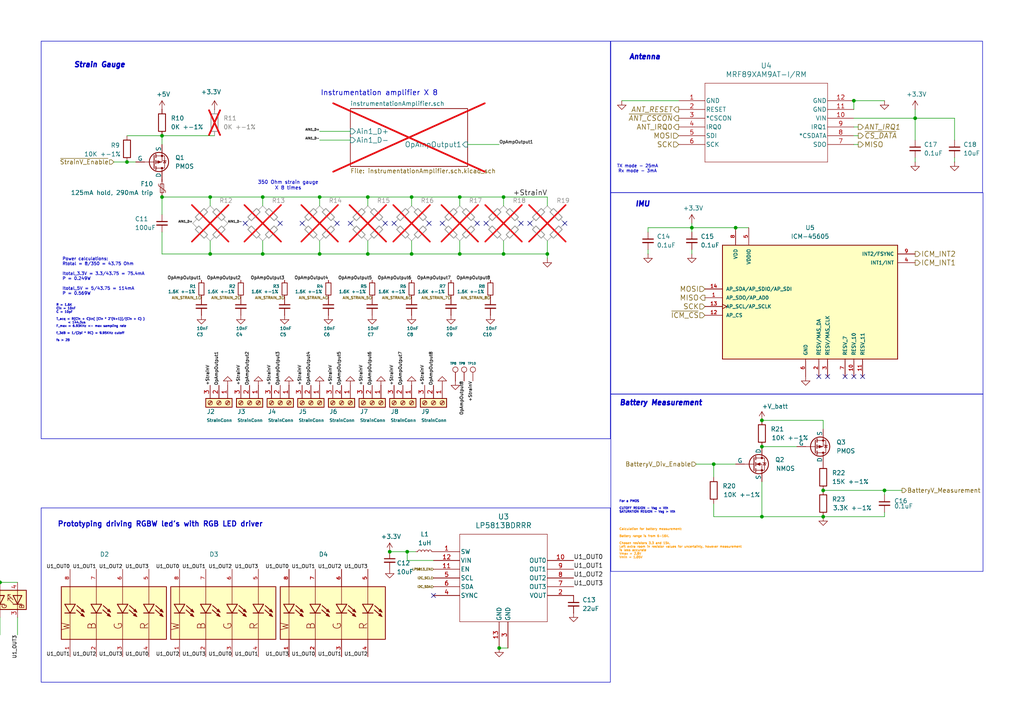
<source format=kicad_sch>
(kicad_sch (version 20250114) (generator "eeschema") (generator_version "9.0")
  (paper "A4")
  (title_block (title "Peripherals") (date "2025-03-08") (rev "1") (company "BCIT BAJA"))
  (lib_symbols
    (symbol "Connector:Screw_Terminal_01x03" (pin_names (offset 1.016) (hide yes))
      (property "Reference" "J" (at 0 5.08 0))
      (property "Value" "Screw_Terminal_01x03" (at 0 -5.08 0))
      (symbol "Screw_Terminal_01x03_1_1"
        (pin passive line (at -5.08 2.54 0) (length 3.81) (name "Pin_1") (number "1"))
        (pin passive line (at -5.08 0 0) (length 3.81) (name "Pin_2") (number "2"))
        (pin passive line (at -5.08 -2.54 0) (length 3.81) (name "Pin_3") (number "3"))
      )
    )
    (symbol "Connector:TestPoint" (pin_numbers (hide yes)) (pin_names (offset 0.762) (hide yes))
      (property "Reference" "TP" (at 0 6.858 0))
      (property "Value" "TestPoint" (at 0 5.08 0))
      (symbol "TestPoint_1_1"
        (pin passive line (at 0 0 90) (length 2.54) (name "1") (number "1"))
      )
    )
    (symbol "Device:C_Small" (pin_numbers (hide yes)) (pin_names (offset 0.254) (hide yes))
      (property "Reference" "C" (at 0.254 1.778 0))
      (property "Value" "C_Small" (at 0.254 -2.032 0))
      (symbol "C_Small_1_1"
        (pin passive line (at 0 2.54 270) (length 2.032) (name "~") (number "1"))
        (pin passive line (at 0 -2.54 90) (length 2.032) (name "~") (number "2"))
      )
    )
    (symbol "Device:LED_RGB" (pin_names (offset 0) (hide yes))
      (property "Reference" "D" (at 0 9.398 0))
      (property "Value" "LED_RGB" (at 0 -8.89 0))
      (symbol "LED_RGB_0_0"
        (text "R" (at -1.905 3.81 0) (effects (font (size 1.27 1.27))))
        (text "G" (at -1.905 -1.27 0) (effects (font (size 1.27 1.27))))
        (text "B" (at -1.905 -6.35 0) (effects (font (size 1.27 1.27))))
      )
      (symbol "LED_RGB_1_1"
        (pin passive line (at -5.08 5.08 0) (length 2.54) (name "RK") (number "1"))
        (pin passive line (at -5.08 0 0) (length 2.54) (name "GK") (number "2"))
        (pin passive line (at -5.08 -5.08 0) (length 2.54) (name "BK") (number "3"))
        (pin passive line (at 5.08 5.08 180) (length 2.54) (name "RA") (number "6"))
        (pin passive line (at 5.08 0 180) (length 2.54) (name "GA") (number "5"))
        (pin passive line (at 5.08 -5.08 180) (length 2.54) (name "BA") (number "4"))
      )
    )
    (symbol "Device:L_Small" (pin_numbers (hide yes)) (pin_names (offset 0.254) (hide yes))
      (property "Reference" "L" (at 0.762 1.016 0))
      (property "Value" "L_Small" (at 0.762 -1.016 0))
      (symbol "L_Small_1_1"
        (pin passive line (at 0 2.54 270) (length 0.508) (name "~") (number "1"))
        (pin passive line (at 0 -2.54 90) (length 0.508) (name "~") (number "2"))
      )
    )
    (symbol "Device:Polyfuse_Small" (pin_numbers (hide yes)) (pin_names (offset 0))
      (property "Reference" "F" (at -1.905 0 90))
      (property "Value" "Polyfuse_Small" (at 1.905 0 90))
      (symbol "Polyfuse_Small_1_1"
        (pin passive line (at 0 2.54 270) (length 0.635) (name "~") (number "1"))
        (pin passive line (at 0 -2.54 90) (length 0.635) (name "~") (number "2"))
      )
    )
    (symbol "Device:R" (pin_numbers (hide yes)) (pin_names (offset 0))
      (property "Reference" "R" (at 2.032 0 90))
      (property "Value" "R" (at 0 0 90))
      (symbol "R_1_1"
        (pin passive line (at 0 3.81 270) (length 1.27) (name "~") (number "1"))
        (pin passive line (at 0 -3.81 90) (length 1.27) (name "~") (number "2"))
      )
    )
    (symbol "Device:R_Small" (pin_numbers (hide yes)) (pin_names (offset 0.254) (hide yes))
      (property "Reference" "R" (at 0.762 0.508 0))
      (property "Value" "R_Small" (at 0.762 -1.016 0))
      (symbol "R_Small_1_1"
        (pin passive line (at 0 2.54 270) (length 0.762) (name "~") (number "1"))
        (pin passive line (at 0 -2.54 90) (length 0.762) (name "~") (number "2"))
      )
    )
    (symbol "ICM-45605-gyroscope:ICM-45605" (pin_names (offset 1.016))
      (property "Reference" "U4" (at 0 22.86 0))
      (property "Value" "ICM-45605" (at 0 20.32 0))
      (symbol "ICM-45605_0_0"
        (pin bidirectional line (at -30.48 5.08 0) (length 5.08) (name "AP_SDA/AP_SDIO/AP_SDI") (number "14"))
        (pin bidirectional line (at -30.48 2.54 0) (length 5.08) (name "AP_SDO/AP_AD0") (number "1"))
        (pin input clock (at -30.48 0 0) (length 5.08) (name "AP_SCL/AP_SCLK") (number "13"))
        (pin input line (at -30.48 -2.54 0) (length 5.08) (name "AP_CS") (number "12"))
        (pin power_in line (at -21.59 22.86 270) (length 5.08) (name "VDD") (number "8"))
        (pin power_in line (at -17.78 22.86 270) (length 5.08) (name "VDDIO") (number "5"))
        (pin power_in line (at -1.27 -20.32 90) (length 5.08) (name "GND") (number "6"))
        (pin passive line (at 2.54 -20.32 90) (length 5.08) (name "RESV/MAS_DA") (number "2"))
        (pin passive line (at 5.08 -20.32 90) (length 5.08) (name "RESV/MAS_CLK") (number "3"))
        (pin passive line (at 10.16 -20.32 90) (length 5.08) (name "RESV_7") (number "7"))
        (pin passive line (at 12.7 -20.32 90) (length 5.08) (name "RESV_10") (number "10"))
        (pin passive line (at 15.24 -20.32 90) (length 5.08) (name "RESV_11") (number "11"))
        (pin bidirectional line (at 30.48 15.24 180) (length 5.08) (name "INT2/FSYNC") (number "9"))
        (pin output line (at 30.48 12.7 180) (length 5.08) (name "INT1/INT") (number "4"))
      )
    )
    (symbol "LP5813BD:LP5813BDRRR" (pin_names (offset 0.254))
      (property "Reference" "U11" (at 20.32 10.16 0))
      (property "Value" "LP5813BDRRR" (at 20.32 7.62 0))
      (symbol "LP5813BDRRR_0_1"
        (pin bidirectional line (at 0 0 0) (length 7.62) (name "SW") (number "1"))
        (pin power_in line (at 0 -2.54 0) (length 7.62) (name "VIN") (number "12"))
        (pin input line (at 0 -5.08 0) (length 7.62) (name "EN") (number "11"))
        (pin input line (at 0 -7.62 0) (length 7.62) (name "SCL") (number "5"))
        (pin bidirectional line (at 0 -10.16 0) (length 7.62) (name "SDA") (number "6"))
        (pin bidirectional line (at 0 -12.7 0) (length 7.62) (name "SYNC") (number "4"))
        (pin power_in line (at 19.05 -27.94 90) (length 7.62) (name "GND") (number "13"))
        (pin output line (at 40.64 -2.54 180) (length 7.62) (name "OUT0") (number "10"))
        (pin output line (at 40.64 -5.08 180) (length 7.62) (name "OUT1") (number "9"))
        (pin output line (at 40.64 -7.62 180) (length 7.62) (name "OUT2") (number "8"))
        (pin power_out line (at 40.64 -12.7 180) (length 7.62) (name "VOUT") (number "2"))
      )
      (symbol "LP5813BDRRR_1_1"
        (pin power_in line (at 21.59 -27.94 90) (length 7.62) (name "GND") (number "3"))
        (pin output line (at 40.64 -10.16 180) (length 7.62) (name "OUT3") (number "7"))
      )
    )
    (symbol "MRF89XAM9AT-antenna:MRF89XAM9AT-I_RM" (pin_names (offset 0.254))
      (property "Reference" "U2" (at 25.4 10.16 0))
      (property "Value" "MRF89XAM9AT-I/RM" (at 25.4 7.62 0))
      (symbol "MRF89XAM9AT-I_RM_0_1"
        (pin power_in line (at 0 0 0) (length 7.62) (name "GND") (number "1"))
        (pin input line (at 0 -2.54 0) (length 7.62) (name "RESET") (number "2"))
        (pin input line (at 0 -5.08 0) (length 7.62) (name "*CSCON") (number "3"))
        (pin output line (at 0 -7.62 0) (length 7.62) (name "IRQ0") (number "4"))
        (pin input line (at 0 -10.16 0) (length 7.62) (name "SDI") (number "5"))
        (pin input line (at 0 -12.7 0) (length 7.62) (name "SCK") (number "6"))
        (pin power_in line (at 50.8 0 180) (length 7.62) (name "GND") (number "12"))
        (pin power_in line (at 50.8 -2.54 180) (length 7.62) (name "GND") (number "11"))
        (pin power_in line (at 50.8 -5.08 180) (length 7.62) (name "VIN") (number "10"))
        (pin input line (at 50.8 -10.16 180) (length 7.62) (name "*CSDATA") (number "8"))
        (pin bidirectional line (at 50.8 -12.7 180) (length 7.62) (name "SDO") (number "7"))
      )
      (symbol "MRF89XAM9AT-I_RM_1_1"
        (pin input line (at 50.8 -7.62 180) (length 7.62) (name "IRQ1") (number "9"))
      )
    )
    (symbol "RGBW LED:OSFW4BS8C1A" (pin_names (offset 1.016))
      (property "Reference" "D" (at -7.62 15.748 0))
      (property "Value" "OSFW4BS8C1A" (at -7.62 -20.32 0))
      (symbol "OSFW4BS8C1A_0_0"
        (text "R" (at 2.54 10.16 0) (effects (font (size 2.1844 2.1844)) (justify left bottom)))
        (text "G" (at 2.54 2.54 0) (effects (font (size 2.1844 2.1844)) (justify left bottom)))
        (text "B" (at 2.54 -5.08 0) (effects (font (size 2.1844 2.1844)) (justify left bottom)))
        (text "W" (at 2.54 -12.7 0) (effects (font (size 2.1844 2.1844)) (justify left bottom)))
        (pin passive line (at -12.7 10.16 0) (length 5.08) (name "~") (number "5"))
        (pin passive line (at -12.7 2.54 0) (length 5.08) (name "~") (number "6"))
        (pin passive line (at -12.7 -5.08 0) (length 5.08) (name "~") (number "7"))
        (pin passive line (at -12.7 -12.7 0) (length 5.08) (name "~") (number "8"))
        (pin passive line (at 12.7 10.16 180) (length 5.08) (name "~") (number "4"))
        (pin passive line (at 12.7 2.54 180) (length 5.08) (name "~") (number "3"))
        (pin passive line (at 12.7 -5.08 180) (length 5.08) (name "~") (number "2"))
        (pin passive line (at 12.7 -12.7 180) (length 5.08) (name "~") (number "1"))
      )
    )
    (symbol "Simulation_SPICE:NMOS" (pin_numbers (hide yes)) (pin_names (offset 0))
      (property "Reference" "Q" (at 5.08 1.27 0))
      (property "Value" "NMOS" (at 5.08 -1.27 0))
      (symbol "NMOS_1_1"
        (pin input line (at -5.08 0 0) (length 2.54) (name "G") (number "2"))
        (pin passive line (at 2.54 5.08 270) (length 2.54) (name "D") (number "1"))
        (pin passive line (at 2.54 -5.08 90) (length 2.54) (name "S") (number "3"))
      )
    )
    (symbol "Simulation_SPICE:PMOS" (pin_numbers (hide yes)) (pin_names (offset 0))
      (property "Reference" "Q" (at 5.08 1.27 0))
      (property "Value" "PMOS" (at 5.08 -1.27 0))
      (symbol "PMOS_1_1"
        (pin input line (at -5.08 0 0) (length 2.54) (name "G") (number "2"))
        (pin passive line (at 2.54 5.08 270) (length 2.54) (name "D") (number "1"))
        (pin passive line (at 2.54 -5.08 90) (length 2.54) (name "S") (number "3"))
      )
    )
    (symbol "power:+BATT" (power) (pin_numbers (hide yes)) (pin_names (offset 0) (hide yes))
      (property "Value" "+BATT" (at 0 3.556 0))
      (symbol "+BATT_1_1"
        (pin power_in line (at 0 0 90) (length 0) (name "~") (number "1"))
      )
    )
    (symbol "power:GND" (power) (pin_numbers (hide yes)) (pin_names (offset 0) (hide yes))
      (property "Value" "GND" (at 0 -3.81 0))
      (symbol "GND_1_1"
        (pin power_in line (at 0 0 270) (length 0) (name "~") (number "1"))
      )
    )
    (symbol "strainGauge:strainGauge" (pin_numbers (hide yes)) (pin_names (offset 0))
      (symbol "strainGauge_1_1"
        (pin passive line (at -5.08 0 0) (length 0) (name "~") (number "4"))
        (pin passive line (at 0 5.08 0) (length 0) (name "~") (number "1"))
        (pin passive line (at 0 -5.08 0) (length 0) (name "~") (number "3"))
        (pin passive line (at 5.08 0 180) (length 0) (name "~") (number "2"))
      )
    )
  )
  (rectangle (start 177.165 55.88) (end 285.115 114.3))
  (rectangle (start 177.165 11.938) (end 284.988 55.88))
  (rectangle (start 177.165 114.3) (end 285.115 165.735))
  (rectangle (start 11.938 147.32) (end 177.038 197.866))
  (rectangle (start 11.938 11.938) (end 177.038 127.254))
  (text "Battery Measurement" (at 179.578 117.856 0) (effects (font (size 1.5 1.5) (thickness 0.5182) (bold yes) (italic yes)) (justify left bottom)))
  (text "R = 1.6K\nCin = 10nF\nC = 10pF\n\nT_acq < R(Cin + C)ln( [Cin * 2^(N+1)]/(Cin + C) )\n	  < 144.3us\nF_max = 6.93KHz <- max sampling rate\n\nf_3dB = 1/(2pi * RC) = 9.95KHz cutoff\n\nfs > 2B" (at 16.256 93.726 0) (effects (font (size 0.635 0.635)) (justify left)))
  (text "Instrumentation amplifier X 8" (at 92.964 27.94 0) (effects (font (size 1.5 1.5) (thickness 0.1875)) (justify left bottom)))
  (text "For a PMOS\n\nCUTOFF REGION - Vsg < Vth\nSATURATION REGION - Vsg > Vth" (at 179.578 147.066 0) (effects (font (size 0.635 0.635)) (justify left)))
  (text "Antenna" (at 182.372 17.526 0) (effects (font (size 1.5 1.5) (thickness 0.4978) (bold yes) (italic yes)) (justify left bottom)))
  (text "350 Ohm strain gauge\nX 8 times\n" (at 83.566 53.848 0) (effects (font (size 1.016 1.016))))
  (text "IMU\n" (at 184.15 60.198 0) (effects (font (size 1.5 1.5) (thickness 0.4978) (bold yes) (italic yes)) (justify left bottom)))
  (text "Prototyping driving RGBW led's with RGB LED driver" (at 46.482 152.146 0) (effects (font (size 1.4986 1.4986) (thickness 0.2997) (bold yes))))
  (text "Calculation for battery measurement:\n\nBattery range is from 6-16V.\n\nChosen resistors 3.3 and 15k. \nLeft extra room in resistor values for uncertainty, however measurement\nis less accurate\nVmax = 2.8V\nVmin = 1.05V" (at 179.578 157.734 0) (effects (font (size 0.635 0.635) (thickness 0.127) (bold yes)) (justify left)))
  (text "TX mode - 25mA\nRx mode - 3mA" (at 184.912 49.022 0) (effects (font (size 0.889 0.889))))
  (text "Power calculations:\nRtotal = 8/350 = 43.75 Ohm\n\nItotal_3.3V = 3.3/43.75 = 75.4mA\nP = 0.249W\n\nItotal_5V = 5/43.75 = 114mA\nP = 0.569W" (at 18.034 80.264 0) (effects (font (size 0.889 0.889)) (justify left)))
  (text "Strain Gauge\n" (at 21.336 19.812 0) (effects (font (size 1.5 1.5) (thickness 0.4978) (bold yes) (italic yes)) (justify left bottom)))
  (junction (at 106.68 57.15))
  (junction (at 76.2 73.66))
  (junction (at 36.83 46.99))
  (junction (at 247.65 29.21))
  (junction (at 158.75 73.66))
  (junction (at 133.35 57.15))
  (junction (at 207.01 134.62))
  (junction (at 119.38 57.15))
  (junction (at 238.76 149.86))
  (junction (at 0 168.91))
  (junction (at -5.08 168.91))
  (junction (at 220.98 129.54))
  (junction (at 76.2 57.15))
  (junction (at 144.78 187.96))
  (junction (at 146.05 57.15))
  (junction (at 92.71 73.66))
  (junction (at 119.38 73.66))
  (junction (at 46.99 57.15))
  (junction (at 220.98 149.86))
  (junction (at 113.03 160.02))
  (junction (at 238.76 142.24))
  (junction (at 146.05 73.66))
  (junction (at 256.54 142.24))
  (junction (at 200.66 66.04))
  (junction (at 118.11 160.02))
  (junction (at 106.68 73.66))
  (junction (at 60.96 57.15))
  (junction (at 213.36 66.04))
  (junction (at 265.43 34.29))
  (junction (at 60.96 73.66))
  (junction (at 220.98 121.92))
  (junction (at 46.99 39.37))
  (junction (at 92.71 57.15))
  (junction (at 133.35 73.66))
  (no_connect (at 114.3 64.77))
  (no_connect (at 97.79 64.77))
  (no_connect (at 71.12 64.77))
  (no_connect (at 124.46 64.77))
  (no_connect (at 128.27 64.77))
  (no_connect (at 125.73 172.72))
  (no_connect (at 250.19 109.22))
  (no_connect (at 151.13 64.77))
  (no_connect (at 140.97 64.77))
  (no_connect (at 153.67 64.77))
  (no_connect (at 245.11 109.22))
  (no_connect (at 101.6 64.77))
  (no_connect (at 111.76 64.77))
  (no_connect (at 240.03 109.22))
  (no_connect (at 138.43 64.77))
  (no_connect (at 87.63 64.77))
  (no_connect (at 81.28 64.77))
  (no_connect (at 237.49 109.22))
  (no_connect (at 247.65 109.22))
  (no_connect (at 163.83 64.77))
  (wire (pts (xy 220.98 121.92) (xy 238.76 121.92)))
  (wire (pts (xy 207.01 146.05) (xy 207.01 149.86)))
  (wire (pts (xy 200.66 64.77) (xy 200.66 66.04)))
  (wire (pts (xy 247.65 41.91) (xy 248.92 41.91)))
  (wire (pts (xy 220.98 149.86) (xy 238.76 149.86)))
  (wire (pts (xy 92.71 40.64) (xy 101.6 40.64)))
  (wire (pts (xy 247.65 34.29) (xy 265.43 34.29)))
  (wire (pts (xy 133.35 57.15) (xy 133.35 59.69)))
  (wire (pts (xy 207.01 149.86) (xy 220.98 149.86)))
  (wire (pts (xy 119.38 73.66) (xy 106.68 73.66)))
  (wire (pts (xy 201.93 134.62) (xy 207.01 134.62)))
  (wire (pts (xy 92.71 57.15) (xy 106.68 57.15)))
  (wire (pts (xy 33.02 46.99) (xy 36.83 46.99)))
  (wire (pts (xy 60.96 73.66) (xy 76.2 73.66)))
  (wire (pts (xy 187.96 66.04) (xy 200.66 66.04)))
  (wire (pts (xy 36.83 46.99) (xy 39.37 46.99)))
  (wire (pts (xy 265.43 34.29) (xy 276.86 34.29)))
  (wire (pts (xy 238.76 121.92) (xy 238.76 124.46)))
  (wire (pts (xy 146.05 57.15) (xy 158.75 57.15)))
  (wire (pts (xy 146.05 73.66) (xy 133.35 73.66)))
  (wire (pts (xy 106.68 57.15) (xy 119.38 57.15)))
  (wire (pts (xy 158.75 73.66) (xy 146.05 73.66)))
  (wire (pts (xy 36.83 39.37) (xy 46.99 39.37)))
  (wire (pts (xy -5.08 179.07) (xy -5.08 184.15)))
  (wire (pts (xy 119.38 57.15) (xy 133.35 57.15)))
  (wire (pts (xy 106.68 73.66) (xy 92.71 73.66)))
  (wire (pts (xy 133.35 73.66) (xy 119.38 73.66)))
  (wire (pts (xy 5.08 184.15) (xy 5.08 179.07)))
  (wire (pts (xy 46.99 57.15) (xy 60.96 57.15)))
  (wire (pts (xy 158.75 69.85) (xy 158.75 73.66)))
  (wire (pts (xy 146.05 73.66) (xy 146.05 69.85)))
  (wire (pts (xy 76.2 57.15) (xy 92.71 57.15)))
  (wire (pts (xy 187.96 66.04) (xy 187.96 67.31)))
  (wire (pts (xy 92.71 73.66) (xy 92.71 69.85)))
  (wire (pts (xy 146.05 57.15) (xy 146.05 59.69)))
  (wire (pts (xy 60.96 57.15) (xy 76.2 57.15)))
  (wire (pts (xy 106.68 73.66) (xy 106.68 69.85)))
  (wire (pts (xy 220.98 129.54) (xy 231.14 129.54)))
  (wire (pts (xy 247.65 29.21) (xy 247.65 31.75)))
  (wire (pts (xy 60.96 73.66) (xy 60.96 69.85)))
  (wire (pts (xy 247.65 29.21) (xy 256.54 29.21)))
  (wire (pts (xy 119.38 57.15) (xy 119.38 59.69)))
  (wire (pts (xy 217.17 66.04) (xy 213.36 66.04)))
  (wire (pts (xy 113.03 160.02) (xy 118.11 160.02)))
  (wire (pts (xy -5.08 168.91) (xy -5.08 163.83)))
  (wire (pts (xy 180.34 29.21) (xy 196.85 29.21)))
  (wire (pts (xy 92.71 38.1) (xy 101.6 38.1)))
  (wire (pts (xy 46.99 57.15) (xy 46.99 62.23)))
  (wire (pts (xy 276.86 34.29) (xy 276.86 40.64)))
  (wire (pts (xy 238.76 142.24) (xy 256.54 142.24)))
  (wire (pts (xy 76.2 57.15) (xy 76.2 59.69)))
  (wire (pts (xy 207.01 134.62) (xy 207.01 138.43)))
  (wire (pts (xy 46.99 39.37) (xy 46.99 41.91)))
  (wire (pts (xy 76.2 73.66) (xy 92.71 73.66)))
  (wire (pts (xy 135.636 41.91) (xy 144.78 41.91)))
  (wire (pts (xy 247.65 36.83) (xy 248.92 36.83)))
  (wire (pts (xy 265.43 34.29) (xy 265.43 40.64)))
  (wire (pts (xy 60.96 57.15) (xy 60.96 59.69)))
  (wire (pts (xy 200.66 72.39) (xy 200.66 73.66)))
  (wire (pts (xy 46.99 67.31) (xy 46.99 73.66)))
  (wire (pts (xy 213.36 66.04) (xy 200.66 66.04)))
  (wire (pts (xy 0 168.91) (xy 5.08 168.91)))
  (wire (pts (xy 119.38 73.66) (xy 119.38 69.85)))
  (wire (pts (xy 256.54 148.59) (xy 256.54 149.86)))
  (wire (pts (xy 118.11 160.02) (xy 120.65 160.02)))
  (wire (pts (xy 147.32 187.96) (xy 144.78 187.96)))
  (wire (pts (xy 265.43 31.75) (xy 265.43 34.29)))
  (wire (pts (xy 158.75 73.66) (xy 158.75 74.93)))
  (wire (pts (xy 92.71 57.15) (xy 92.71 59.69)))
  (wire (pts (xy 133.35 57.15) (xy 146.05 57.15)))
  (wire (pts (xy 276.86 45.72) (xy 276.86 46.99)))
  (wire (pts (xy -5.08 168.91) (xy 0 168.91)))
  (wire (pts (xy 46.99 39.37) (xy 62.23 39.37)))
  (wire (pts (xy 265.43 45.72) (xy 265.43 46.99)))
  (wire (pts (xy 0 184.15) (xy 0 179.07)))
  (wire (pts (xy 125.73 162.56) (xy 118.11 162.56)))
  (wire (pts (xy 200.66 66.04) (xy 200.66 67.31)))
  (wire (pts (xy 187.96 72.39) (xy 187.96 73.66)))
  (wire (pts (xy 46.99 73.66) (xy 60.96 73.66)))
  (wire (pts (xy 76.2 73.66) (xy 76.2 69.85)))
  (wire (pts (xy 213.36 134.62) (xy 207.01 134.62)))
  (wire (pts (xy 256.54 149.86) (xy 238.76 149.86)))
  (wire (pts (xy 106.68 57.15) (xy 106.68 59.69)))
  (wire (pts (xy 256.54 142.24) (xy 256.54 143.51)))
  (wire (pts (xy 220.98 139.7) (xy 220.98 149.86)))
  (wire (pts (xy 118.11 162.56) (xy 118.11 160.02)))
  (wire (pts (xy 256.54 142.24) (xy 261.62 142.24)))
  (wire (pts (xy 158.75 57.15) (xy 158.75 59.69)))
  (wire (pts (xy 133.35 73.66) (xy 133.35 69.85)))
  (wire (pts (xy 247.65 39.37) (xy 248.92 39.37)))
  (label "U1_OUT3" (at 83.82 190.5 180) (effects (font (size 1.016 1.016))))
  (label "AIN1_D-" (at 92.71 40.64 180) (effects (font (size 0.635 0.635))))
  (label "U1_OUT0" (at 20.32 165.1 180) (effects (font (size 1.016 1.016))))
  (label "U1_OUT0" (at 166.37 162.56 0))
  (label "OpAmpOutput6" (at 119.38 81.28 180) (effects (font (size 0.889 0.889))))
  (label "U1_OUT1" (at 99.06 190.5 180) (effects (font (size 1.016 1.016))))
  (label "OpAmpOutput7" (at 130.81 81.28 180) (effects (font (size 0.889 0.889))))
  (label "OpAmpOutput3" (at 82.55 81.28 180) (effects (font (size 0.889 0.889))))
  (label "+StrainV" (at 137.16 110.49 270) (effects (font (size 0.889 0.889))))
  (label "U1_OUT0" (at 83.82 165.1 180) (effects (font (size 1.016 1.016))))
  (label "U1_OUT0" (at 43.18 190.5 180) (effects (font (size 1.016 1.016))))
  (label "U1_OUT1" (at 91.44 165.1 180) (effects (font (size 1.016 1.016))))
  (label "U1_OUT1" (at 74.93 190.5 180) (effects (font (size 1.016 1.016))))
  (label "+StrainV" (at 69.85 111.76 90) (effects (font (size 0.889 0.889))))
  (label "OpAmpOutput2" (at 72.39 111.76 90) (effects (font (size 0.889 0.889))))
  (label "U1_OUT3" (at 35.56 190.5 180) (effects (font (size 1.016 1.016))))
  (label "U1_OUT3" (at 74.93 165.1 180) (effects (font (size 1.016 1.016))))
  (label "U1_OUT0" (at 52.07 165.1 180) (effects (font (size 1.016 1.016))))
  (label "U1_OUT0" (at -5.08 163.83 180) (effects (font (size 1.016 1.016))))
  (label "U1_OUT3" (at 59.69 190.5 180) (effects (font (size 1.016 1.016))))
  (label "U1_OUT1" (at 59.69 165.1 180) (effects (font (size 1.016 1.016))))
  (label "U1_OUT2" (at 166.37 167.64 0))
  (label "U1_OUT2" (at 99.06 165.1 180) (effects (font (size 1.016 1.016))))
  (label "OpAmpOutput5" (at 99.06 111.76 90) (effects (font (size 0.889 0.889))))
  (label "U1_OUT2" (at 35.56 165.1 180) (effects (font (size 1.016 1.016))))
  (label "AIN1_D+" (at 92.71 38.1 180) (effects (font (size 0.635 0.635))))
  (label "+StrainV" (at 114.3 111.76 90) (effects (font (size 0.889 0.889))))
  (label "+StrainV" (at 96.52 111.76 90) (effects (font (size 0.889 0.889))))
  (label "U1_OUT2" (at 106.68 190.5 180) (effects (font (size 1.016 1.016))))
  (label "OpAmpOutput3" (at 81.28 111.76 90) (effects (font (size 0.889 0.889))))
  (label "OpAmpOutput8" (at 134.62 110.49 270) (effects (font (size 0.889 0.889))))
  (label "U1_OUT2" (at 67.31 165.1 180) (effects (font (size 1.016 1.016))))
  (label "U1_OUT2" (at 52.07 190.5 180) (effects (font (size 1.016 1.016))))
  (label "+StrainV" (at 158.75 57.15 180) (effects (font (size 1.4986 1.4986))))
  (label "U1_OUT2" (at 0 184.15 270) (effects (font (size 1.016 1.016))))
  (label "OpAmpOutput4" (at 95.25 81.28 180) (effects (font (size 0.889 0.889))))
  (label "+StrainV" (at 123.19 111.76 90) (effects (font (size 0.889 0.889))))
  (label "U1_OUT3" (at 5.08 184.15 270) (effects (font (size 1.016 1.016))))
  (label "OpAmpOutput1" (at 63.5 111.76 90) (effects (font (size 0.889 0.889))))
  (label "U1_OUT0" (at 91.44 190.5 180) (effects (font (size 1.016 1.016))))
  (label "OpAmpOutput4" (at 90.17 111.76 90) (effects (font (size 0.889 0.889))))
  (label "U1_OUT3" (at 43.18 165.1 180) (effects (font (size 1.016 1.016))))
  (label "OpAmpOutput2" (at 69.85 81.28 180) (effects (font (size 0.889 0.889))))
  (label "OpAmpOutput8" (at 142.24 81.28 180) (effects (font (size 0.889 0.889))))
  (label "OpAmpOutput1" (at 58.42 81.28 180) (effects (font (size 0.889 0.889))))
  (label "OpAmpOutput7" (at 116.84 111.76 90) (effects (font (size 0.889 0.889))))
  (label "OpAmpOutput5" (at 107.95 81.28 180) (effects (font (size 0.889 0.889))))
  (label "U1_OUT3" (at 106.68 165.1 180) (effects (font (size 1.016 1.016))))
  (label "U1_OUT3" (at 166.37 170.18 0))
  (label "+StrainV" (at 87.63 111.76 90) (effects (font (size 0.889 0.889))))
  (label "AIN1_D+" (at 55.88 64.77 180) (effects (font (size 0.635 0.635))))
  (label "AIN1_D-" (at 66.04 64.77 0) (effects (font (size 0.635 0.635))))
  (label "OpAmpOutput8" (at 125.73 111.76 90) (effects (font (size 0.889 0.889))))
  (label "U1_OUT1" (at 166.37 165.1 0))
  (label "U1_OUT0" (at 67.31 190.5 180) (effects (font (size 1.016 1.016))))
  (label "+StrainV" (at 78.74 111.76 90) (effects (font (size 0.889 0.889))))
  (label "U1_OUT1" (at -5.08 184.15 270) (effects (font (size 1.016 1.016))))
  (label "OpAmpOutput1" (at 144.78 41.91 0) (effects (font (size 0.889 0.889))))
  (label "U1_OUT1" (at 27.94 165.1 180) (effects (font (size 1.016 1.016))))
  (label "U1_OUT2" (at 27.94 190.5 180) (effects (font (size 1.016 1.016))))
  (label "+StrainV" (at 60.96 111.76 90) (effects (font (size 0.889 0.889))))
  (label "U1_OUT1" (at 20.32 190.5 180) (effects (font (size 1.016 1.016))))
  (label "+StrainV" (at 105.41 111.76 90) (effects (font (size 0.889 0.889))))
  (label "OpAmpOutput6" (at 107.95 111.76 90) (effects (font (size 0.889 0.889))))
  (hierarchical_label "I2C_SDA" (shape input) (at 125.73 170.18 180) (effects (font (size 0.635 0.635))))
  (hierarchical_label "AIN_STRAIN_5" (shape input) (at 107.95 86.36 180) (effects (font (size 0.762 0.762))))
  (hierarchical_label "AIN_STRAIN_6" (shape input) (at 119.38 86.36 180) (effects (font (size 0.762 0.762))))
  (hierarchical_label "~{CS_DATA}" (shape output) (at 248.92 39.37 0) (effects (font (size 1.4986 1.4986) (italic yes))))
  (hierarchical_label "AIN_STRAIN_3" (shape input) (at 82.55 86.36 180) (effects (font (size 0.762 0.762))))
  (hierarchical_label "SCK" (shape input) (at 196.85 41.91 180) (effects (font (size 1.4986 1.4986))))
  (hierarchical_label "ICM_INT1" (shape output) (at 265.43 76.2 0) (effects (font (size 1.4986 1.4986))))
  (hierarchical_label "MOSI" (shape input) (at 204.47 83.82 180) (effects (font (size 1.4986 1.4986))))
  (hierarchical_label "AIN_STRAIN_8" (shape input) (at 142.24 86.36 180) (effects (font (size 0.762 0.762))))
  (hierarchical_label "AIN_STRAIN_1" (shape input) (at 58.42 86.36 180) (effects (font (size 0.762 0.762))))
  (hierarchical_label "LP5813_EN" (shape input) (at 125.73 165.1 180) (effects (font (size 0.635 0.635))))
  (hierarchical_label "AIN_STRAIN_2" (shape input) (at 69.85 86.36 180) (effects (font (size 0.762 0.762))))
  (hierarchical_label "BatteryV_Div_Enable" (shape input) (at 201.93 134.62 180))
  (hierarchical_label "BatteryV_Measurement" (shape output) (at 261.62 142.24 0))
  (hierarchical_label "ANT_IRQ1" (shape output) (at 248.92 36.83 0) (effects (font (size 1.4986 1.4986) (italic yes))))
  (hierarchical_label "AIN_STRAIN_7" (shape input) (at 130.81 86.36 180) (effects (font (size 0.762 0.762))))
  (hierarchical_label "SCK" (shape input) (at 204.47 88.9 180) (effects (font (size 1.4986 1.4986))))
  (hierarchical_label "ANT_RESET" (shape output) (at 196.85 31.75 180) (effects (font (size 1.4986 1.4986) (italic yes))))
  (hierarchical_label "MOSI" (shape input) (at 196.85 39.37 180) (effects (font (size 1.4986 1.4986))))
  (hierarchical_label "~{StrainV_Enable}" (shape input) (at 33.02 46.99 180))
  (hierarchical_label "ICM_INT2" (shape output) (at 265.43 73.66 0) (effects (font (size 1.4986 1.4986))))
  (hierarchical_label "AIN_STRAIN_4" (shape input) (at 95.25 86.36 180) (effects (font (size 0.762 0.762))))
  (hierarchical_label "I2C_SCL" (shape input) (at 125.73 167.64 180) (effects (font (size 0.635 0.635))))
  (hierarchical_label "~{ICM_CS}" (shape input) (at 204.47 91.44 180) (effects (font (size 1.4986 1.4986))))
  (hierarchical_label "MISO" (shape output) (at 248.92 41.91 0) (effects (font (size 1.4986 1.4986))))
  (hierarchical_label "ANT_IRQ0" (shape output) (at 196.85 36.83 180) (effects (font (size 1.4986 1.4986))))
  (hierarchical_label "MISO" (shape output) (at 204.47 86.36 180) (effects (font (size 1.4986 1.4986))))
  (hierarchical_label "~{ANT_CSCON}" (shape output) (at 196.85 34.29 180) (effects (font (size 1.4986 1.4986) (italic yes))))
  (symbol (lib_id "power:GND") (at 58.42 91.44 0) (unit 1)
    (property "Reference" "#PWR035" (effects (hide yes)))
    (property "Value" "GND" (effects (hide yes)))
    (property "Description" "Power symbol creates a global label with name \"GND\" , ground" (effects (hide yes)))
  )
  (symbol (lib_id "power:GND") (at 83.82 111.76 180) (unit 1)
    (property "Reference" "#PWR04" (effects (hide yes)))
    (property "Value" "GND" (effects (hide yes)))
    (property "Description" "Power symbol creates a global label with name \"GND\" , ground" (effects (hide yes)))
  )
  (symbol (lib_id "power:+BATT") (at 46.99 31.75 0) (unit 1)
    (property "Reference" "#PWR043" (effects (hide yes)))
    (property "Value" "+5V" (at 47.371 27.3558 0))
    (property "Description" "Power symbol creates a global label with name \"+BATT\"" (effects (hide yes)))
  )
  (symbol (lib_id "Device:C_Small") (at 113.03 162.56 0) (unit 1)
    (property "Reference" "C12" (at 115.062 163.322 0) (effects (justify left)))
    (property "Value" "10uF" (at 115.062 165.862 0) (effects (justify left)))
    (property "Footprint" "Capacitor_SMD:C_1206_3216Metric_Pad1.33x1.80mm_HandSolder" (effects (hide yes)))
    (property "Description" "Unpolarized capacitor, small symbol" (effects (hide yes)))
    (property "Distributor link" "https://www.digikey.ca/en/products/detail/samsung-electro-mechanics/CL31B106KAHNNNE/3887462?s=N4IgTCBcDaIMIBkDMBGAQigDANgNIEEAJAOVIFEQBdAXyA" (effects (hide yes)))
    (property "Manufacturer Part Number" "CL31B106KAHNNNE" (effects (hide yes)))
    (property "Price per unit" "0.15" (effects (hide yes)))
  )
  (symbol (lib_id "power:GND") (at 142.24 91.44 0) (unit 1)
    (property "Reference" "#PWR042" (effects (hide yes)))
    (property "Value" "GND" (effects (hide yes)))
    (property "Description" "Power symbol creates a global label with name \"GND\" , ground" (effects (hide yes)))
  )
  (symbol (lib_id "RGBW LED:OSFW4BS8C1A") (at 96.52 177.8 270) (unit 1)
    (property "Reference" "D4" (at 92.456 160.782 90) (effects (justify left)))
    (property "Value" "RGBW_LED" (effects (hide yes)))
    (property "Footprint" "RGBW:SOL120P540X160-8N" (effects (hide yes)))
    (property "MF" "OptoSupply" (effects (hide yes)))
    (property "SNAPEDA_PACKAGE_ID" "14756" (effects (hide yes)))
    (property "Package" "PLCC-8 OptoSupply" (effects (hide yes)))
    (property "Price" "None" (effects (hide yes)))
    (property "Check_prices" "https://www.snapeda.com/parts/OSFW4BS8C1A/OptoSupply/view-part/?ref=eda" (effects (hide yes)))
    (property "STANDARD" "IPC 7351B" (effects (hide yes)))
    (property "PARTREV" "A.1.1" (effects (hide yes)))
    (property "SnapEDA_Link" "https://www.snapeda.com/parts/OSFW4BS8C1A/OptoSupply/view-part/?ref=snap" (effects (hide yes)))
    (property "MP" "OSFW4BS8C1A" (effects (hide yes)))
    (property "Description_1" "\nLED; SMD; PLCC8; RGBW; 5x5x1.6mm; 140°; 20mA; Variant: quadcolour\n" (effects (hide yes)))
    (property "MANUFACTURER" "OptoSupply" (effects (hide yes)))
    (property "Availability" "Not in stock" (effects (hide yes)))
    (property "MAXIMUM_PACKAGE_HEIGHT" "1.6 mm" (effects (hide yes)))
    (property "Distributor Link" "https://www.digikey.ca/en/products/detail/qt-brightek-qtb/QBLP679-RGBCW/13278847" (effects (hide yes)))
    (property "Manufacturer" "  QT Brightek (QTB)" (effects (hide yes)))
    (property "Manufacturer Part Number" "QBLP679-RGBCW " (effects (hide yes)))
    (property "Distributor link" "https://www.digikey.ca/en/products/detail/qt-brightek-qtb/QBLP679-RGBCW/13278847?s=N4IgTCBcDaIIoCEAyAFAbAdgJwFoBKA4ggMIDqIAugL5A" (effects (hide yes)))
    (property "Price per unit" "1.19000" (effects (hide yes)))
  )
  (symbol (lib_id "Device:C_Small") (at 119.38 88.9 0) (unit 1)
    (property "Reference" "C8" (at 119.888 97.028 0) (effects (font (size 0.889 0.889)) (justify right)))
    (property "Value" "10nF" (at 121.412 95.25 0) (effects (font (size 0.889 0.889)) (justify right)))
    (property "Footprint" "Capacitor_SMD:C_0805_2012Metric_Pad1.18x1.45mm_HandSolder" (effects (hide yes)))
    (property "Description" "Unpolarized capacitor, small symbol" (effects (hide yes)))
    (property "Distributor link" "https://www.digikey.ca/en/products/detail/kemet/C0805C103J3GECAUTO/8647361" (effects (hide yes)))
    (property "Manufacturer Part Number" "C0805C103J3GECAUTO" (effects (hide yes)))
    (property "Price per unit" "0.24700" (effects (hide yes)))
  )
  (symbol (lib_id "Device:C_Small") (at 265.43 43.18 0) (unit 1)
    (property "Reference" "C17" (at 267.97 41.9162 0) (effects (justify left)))
    (property "Value" "0.1uF" (at 267.97 44.4562 0) (effects (justify left)))
    (property "Footprint" "Capacitor_SMD:C_0805_2012Metric_Pad1.18x1.45mm_HandSolder" (effects (hide yes)))
    (property "Description" "Unpolarized capacitor, small symbol" (effects (hide yes)))
    (property "MPN" "CL05B104KP5NNNC" (effects (hide yes)))
    (property "Distributor link" "https://www.digikey.ca/en/products/detail/yageo/CC0805JRNPO9BN250/5884044" (effects (hide yes)))
    (property "Manufacturer Part Number" "CC0805JRNPO9BN250" (effects (hide yes)))
    (property "Manufacturer" "YAGEO" (effects (hide yes)))
    (property "Price per unit" "0.043" (effects (hide yes)))
  )
  (symbol (lib_id "Connector:TestPoint") (at 137.16 110.49 0) (unit 1)
    (property "Reference" "TP10" (at 135.636 105.41 0) (effects (font (size 0.635 0.635)) (justify left)))
    (property "Value" "TestPoint" (effects (hide yes)))
    (property "Footprint" "TestPoint:TestPoint_Pad_D1.5mm" (effects (hide yes)))
    (property "Description" "test point" (effects (hide yes)))
  )
  (symbol (lib_id "power:GND") (at 113.03 165.1 0) (unit 1)
    (property "Reference" "#PWR046" (effects (hide yes)))
    (property "Value" "GND" (effects (hide yes)))
    (property "Description" "Power symbol creates a global label with name \"GND\" , ground" (effects (hide yes)))
  )
  (symbol (lib_id "Device:R_Small") (at 95.25 83.82 0) (unit 1)
    (property "Reference" "R4" (at 93.726 83.058 0) (effects (font (size 0.889 0.889)) (justify right)))
    (property "Value" "1.6K +-1%" (at 93.472 84.582 0) (effects (font (size 0.889 0.889)) (justify right)))
    (property "Footprint" "Resistor_SMD:R_0805_2012Metric_Pad1.20x1.40mm_HandSolder" (effects (hide yes)))
    (property "Description" "Resistor, small symbol" (effects (hide yes)))
    (property "Distributor link" "https://www.digikey.ca/en/products/detail/yageo/RC0805FR-071K6L/727504?s=N4IgTCBcDaIEoGEAMAOJBWAYnAtEg7AIwDSAbADIgC6AvkA" (effects (hide yes)))
    (property "Manufacturer" "YAGEO" (effects (hide yes)))
    (property "Manufacturer Part Number" "RC0402FR-071K6L" (effects (hide yes)))
    (property "Price per unit" "0.012" (effects (hide yes)))
  )
  (symbol (lib_id "power:GND") (at 107.95 91.44 0) (unit 1)
    (property "Reference" "#PWR039" (effects (hide yes)))
    (property "Value" "GND" (effects (hide yes)))
    (property "Description" "Power symbol creates a global label with name \"GND\" , ground" (effects (hide yes)))
  )
  (symbol (lib_id "power:+BATT") (at 200.66 64.77 0) (unit 1)
    (property "Reference" "#PWR052" (effects (hide yes)))
    (property "Value" "+3.3V" (at 201.041 60.3758 0))
    (property "Description" "Power symbol creates a global label with name \"+BATT\"" (effects (hide yes)))
  )
  (symbol (lib_id "power:GND") (at 92.71 111.76 180) (unit 1)
    (property "Reference" "#PWR06" (effects (hide yes)))
    (property "Value" "GND" (effects (hide yes)))
    (property "Description" "Power symbol creates a global label with name \"GND\" , ground" (effects (hide yes)))
  )
  (symbol (lib_id "Simulation_SPICE:PMOS") (at 236.22 129.54 0) (mirror x) (unit 1)
    (property "Reference" "Q3" (at 242.57 128.2699 0) (effects (justify left)))
    (property "Value" "PMOS" (at 242.57 130.8099 0) (effects (justify left)))
    (property "Footprint" "Package_TO_SOT_SMD:TSOT-23" (effects (hide yes)))
    (property "Datasheet" "https://www.digikey.ca/en/products/detail/onsemi/NVTR01P02LT1G/5969313?gclsrc=aw.ds&&utm_adgroup=General&utm_source=google&utm_medium=cpc&utm_campaign=PMax%20Shopping_Product_Zombie%20SKUs&utm_term=&productid=5969313&utm_content=General&utm_id=go_cmp-17855401585_adg-_ad-__dev-c_ext-_prd-5969313_sig-CjwKCAjwq7fABhB2EiwAwk-YbCdzxZ8I_ROXJb3JHufdx-zHWTW_khwVTeU3PeYqFBXyUwEnEgnIlhoCDXMQAvD_BwE&gad_source=1&gbraid=0AAAAADrbLli6YGlW8y5wc6i5rQyT2Z2qc&gclid=CjwKCAjwq7fABhB2EiwAwk-YbCdzxZ8I_ROXJb3JHufdx-zHWTW_khwVTeU3PeYqFBXyUwEnEgnIlhoCDXMQAvD_BwE&gclsrc=aw.ds" (effects (hide yes)))
    (property "Description" "P-MOSFET transistor, drain/source/gate" (effects (hide yes)))
    (property "Distributor link" "https://www.digikey.ca/en/products/detail/onsemi/NVTR01P02LT1G/5969313?gclsrc=aw.ds&&utm_adgroup=General&utm_source=google&utm_medium=cpc&utm_campaign=PMax%20Shopping_Product_Zombie%20SKUs&utm_term=&productid=5969313&utm_content=General&utm_id=go_cmp-17855401585_adg-_ad-__dev-c_ext-_prd-5969313_sig-CjwKCAjwq7fABhB2EiwAwk-YbCdzxZ8I_ROXJb3JHufdx-zHWTW_khwVTeU3PeYqFBXyUwEnEgnIlhoCDXMQAvD_BwE&gad_source=1&gbraid=0AAAAADrbLli6YGlW8y5wc6i5rQyT2Z2qc&gclid=CjwKCAjwq7fABhB2EiwAwk-YbCdzxZ8I_ROXJb3JHufdx-zHWTW_khwVTeU3PeYqFBXyUwEnEgnIlhoCDXMQAvD_BwE&gclsrc=aw.ds" (effects (hide yes)))
    (property "Manufacturer Part Number" "NVTR01P02LT1G" (effects (hide yes)))
    (property "Price per unit" "0.71" (effects (hide yes)))
  )
  (symbol (lib_id "strainGauge:strainGauge") (at 158.75 64.77 0) (unit 1) (exclude_from_sim yes) (in_bom no) (on_board no) (dnp yes)
    (property "Reference" "R19" (at 163.322 58.166 0))
    (property "Value" "strainGauge" (effects (hide yes)))
    (property "Description" "Resistor, rotated by 45°" (effects (hide yes)))
  )
  (symbol (lib_id "Device:R") (at 62.23 35.56 180) (unit 1) (dnp yes)
    (property "Reference" "R11" (at 64.77 34.2899 0) (effects (justify right)))
    (property "Value" "0K +-1%" (at 64.77 36.8299 0) (effects (justify right)))
    (property "Footprint" "Resistor_SMD:R_0805_2012Metric_Pad1.20x1.40mm_HandSolder" (effects (hide yes)))
    (property "Description" "Resistor" (effects (hide yes)))
    (property "Distributor link" "https://www.digikey.ca/en/products/detail/vishay-dale/RCL06120000Z0EA/2587612" (effects (hide yes)))
    (property "Manufacturer Part Number" "RCL06120000Z0EA" (effects (hide yes)))
    (property "Price per unit" "0.27" (effects (hide yes)))
  )
  (symbol (lib_id "Connector:Screw_Terminal_01x03") (at 125.73 116.84 270) (unit 1)
    (property "Reference" "J9" (at 122.174 119.38 90) (effects (justify left)))
    (property "Value" "StrainConn" (at 122.174 121.92 90) (effects (font (size 0.889 0.889)) (justify left)))
    (property "Footprint" "JST:JST_B3B-XH-A" (effects (hide yes)))
    (property "Description" "Generic screw terminal, single row, 01x03, script generated (kicad-library-utils/schlib/autogen/connector/)" (effects (hide yes)))
    (property "Distributor link" "https://www.digikey.ca/en/products/detail/jst-sales-america-inc/B3B-XH-A/1651046" (effects (hide yes)))
    (property "Manufacturer" "JST Sales America Inc." (effects (hide yes)))
    (property "Manufacturer Part Number" "B3B-XH-A" (effects (hide yes)))
    (property "Price per unit" "0.166" (effects (hide yes)))
  )
  (symbol (lib_id "Device:C_Small") (at 58.42 88.9 0) (unit 1)
    (property "Reference" "C3" (at 58.928 97.028 0) (effects (font (size 0.889 0.889)) (justify right)))
    (property "Value" "10nF" (at 60.452 95.25 0) (effects (font (size 0.889 0.889)) (justify right)))
    (property "Footprint" "Capacitor_SMD:C_0805_2012Metric_Pad1.18x1.45mm_HandSolder" (effects (hide yes)))
    (property "Description" "Unpolarized capacitor, small symbol" (effects (hide yes)))
    (property "Distributor link" "https://www.digikey.ca/en/products/detail/kemet/C0805C103J3GECAUTO/8647361" (effects (hide yes)))
    (property "Manufacturer Part Number" "C0805C103J3GECAUTO" (effects (hide yes)))
    (property "Price per unit" "0.24700" (effects (hide yes)))
  )
  (symbol (lib_id "power:+BATT") (at 113.03 160.02 0) (unit 1)
    (property "Reference" "#PWR045" (effects (hide yes)))
    (property "Value" "+3.3V" (at 113.411 155.6258 0))
    (property "Description" "Power symbol creates a global label with name \"+BATT\"" (effects (hide yes)))
  )
  (symbol (lib_id "power:GND") (at 238.76 149.86 0) (unit 1)
    (property "Reference" "#PWR056" (effects (hide yes)))
    (property "Value" "GND" (effects (hide yes)))
    (property "Description" "Power symbol creates a global label with name \"GND\" , ground" (effects (hide yes)))
  )
  (symbol (lib_id "Simulation_SPICE:NMOS") (at 218.44 134.62 0) (unit 1)
    (property "Reference" "Q2" (at 224.79 133.3499 0) (effects (justify left)))
    (property "Value" "NMOS" (at 225.044 135.89 0) (effects (justify left)))
    (property "Footprint" "Package_TO_SOT_SMD:TSOT-23" (effects (hide yes)))
    (property "Datasheet" "https://www.digikey.ca/en/products/detail/onsemi/NTR4003NT3G/1967271?gclsrc=aw.ds&&utm_adgroup=General&utm_source=google&utm_medium=cpc&utm_campaign=PMax%20Shopping_Product_Zombie%20SKUs&utm_term=&productid=1967271&utm_content=General&utm_id=go_cmp-17855401585_adg-_ad-__dev-c_ext-_prd-1967271_sig-CjwKCAjwq7fABhB2EiwAwk-YbFJqpYQlYIhkgtWqhIxcVob4GPSdEPXc6bIcNIfS9s96qRU90U7eOhoCR2AQAvD_BwE&gad_source=1&gbraid=0AAAAADrbLli6YGlW8y5wc6i5rQyT2Z2qc&gclid=CjwKCAjwq7fABhB2EiwAwk-YbFJqpYQlYIhkgtWqhIxcVob4GPSdEPXc6bIcNIfS9s96qRU90U7eOhoCR2AQAvD_BwE&gclsrc=aw.ds" (effects (hide yes)))
    (property "Description" "N-MOSFET transistor, drain/source/gate" (effects (hide yes)))
    (property "Distributor link" "https://www.digikey.ca/en/products/detail/onsemi/NTR4003NT3G/1967271?gclsrc=aw.ds&&utm_adgroup=General&utm_source=google&utm_medium=cpc&utm_campaign=PMax%20Shopping_Product_Zombie%20SKUs&utm_term=&productid=1967271&utm_content=General&utm_id=go_cmp-17855401585_adg-_ad-__dev-c_ext-_prd-1967271_sig-CjwKCAjwq7fABhB2EiwAwk-YbFJqpYQlYIhkgtWqhIxcVob4GPSdEPXc6bIcNIfS9s96qRU90U7eOhoCR2AQAvD_BwE&gad_source=1&gbraid=0AAAAADrbLli6YGlW8y5wc6i5rQyT2Z2qc&gclid=CjwKCAjwq7fABhB2EiwAwk-YbFJqpYQlYIhkgtWqhIxcVob4GPSdEPXc6bIcNIfS9s96qRU90U7eOhoCR2AQAvD_BwE&gclsrc=aw.ds" (effects (hide yes)))
    (property "Manufacturer Part Number" "NTR4003NT3G" (effects (hide yes)))
    (property "Price per unit" "0.35" (effects (hide yes)))
  )
  (symbol (lib_id "power:GND") (at 158.75 74.93 0) (unit 1)
    (property "Reference" "#PWR048" (effects (hide yes)))
    (property "Value" "GND" (effects (hide yes)))
    (property "Description" "Power symbol creates a global label with name \"GND\" , ground" (effects (hide yes)))
  )
  (symbol (lib_id "Device:R") (at 220.98 125.73 180) (unit 1)
    (property "Reference" "R21" (at 223.52 124.4599 0) (effects (justify right)))
    (property "Value" "10K +-1%" (at 223.774 127 0) (effects (justify right)))
    (property "Footprint" "Resistor_SMD:R_0805_2012Metric_Pad1.20x1.40mm_HandSolder" (effects (hide yes)))
    (property "Description" "Resistor" (effects (hide yes)))
    (property "Distributor link" "https://www.digikey.ca/en/products/detail/koa-speer-electronics-inc/RK73H2ATTD1002F/10234111" (effects (hide yes)))
    (property "Manufacturer Part Number" "RK73H2ATTD1002F" (effects (hide yes)))
    (property "Price per unit" "0.16" (effects (hide yes)))
    (property "Manufacturer" "KOA Speer Electronics, Inc." (effects (hide yes)))
  )
  (symbol (lib_id "Device:C_Small") (at 95.25 88.9 0) (unit 1)
    (property "Reference" "C6" (at 95.758 97.028 0) (effects (font (size 0.889 0.889)) (justify right)))
    (property "Value" "10nF" (at 97.282 95.25 0) (effects (font (size 0.889 0.889)) (justify right)))
    (property "Footprint" "Capacitor_SMD:C_0805_2012Metric_Pad1.18x1.45mm_HandSolder" (effects (hide yes)))
    (property "Description" "Unpolarized capacitor, small symbol" (effects (hide yes)))
    (property "Distributor link" "https://www.digikey.ca/en/products/detail/kemet/C0805C103J3GECAUTO/8647361" (effects (hide yes)))
    (property "Manufacturer Part Number" "C0805C103J3GECAUTO" (effects (hide yes)))
    (property "Price per unit" "0.24700" (effects (hide yes)))
  )
  (symbol (lib_id "Device:C_Small") (at 130.81 88.9 0) (unit 1)
    (property "Reference" "C9" (at 131.318 97.028 0) (effects (font (size 0.889 0.889)) (justify right)))
    (property "Value" "10nF" (at 132.842 95.25 0) (effects (font (size 0.889 0.889)) (justify right)))
    (property "Footprint" "Capacitor_SMD:C_0805_2012Metric_Pad1.18x1.45mm_HandSolder" (effects (hide yes)))
    (property "Description" "Unpolarized capacitor, small symbol" (effects (hide yes)))
    (property "Distributor link" "https://www.digikey.ca/en/products/detail/kemet/C0805C103J3GECAUTO/8647361" (effects (hide yes)))
    (property "Manufacturer Part Number" "C0805C103J3GECAUTO" (effects (hide yes)))
    (property "Price per unit" "0.24700" (effects (hide yes)))
  )
  (symbol (lib_id "Device:R") (at 238.76 138.43 180) (unit 1)
    (property "Reference" "R22" (at 241.3 137.1599 0) (effects (justify right)))
    (property "Value" "15K +-1%" (at 241.3 139.6999 0) (effects (justify right)))
    (property "Footprint" "Resistor_SMD:R_0805_2012Metric_Pad1.20x1.40mm_HandSolder" (effects (hide yes)))
    (property "Description" "Resistor" (effects (hide yes)))
    (property "Distributor link" "https://www.digikey.ca/en/products/detail/yageo/AC0805FR-0715KL/5896576" (effects (hide yes)))
    (property "Manufacturer Part Number" "AC0805FR-0715KL" (effects (hide yes)))
    (property "Price per unit" "0.16" (effects (hide yes)))
    (property "Manufacturer" "YAGEO" (effects (hide yes)))
  )
  (symbol (lib_id "Device:LED_RGB") (at 0 173.99 90) (unit 1)
    (property "Reference" "D1" (at -11.176 172.974 90) (effects (justify left)))
    (property "Value" "Indicication_RGB_Led" (at -11.176 175.514 90) (effects (justify left)))
    (property "Footprint" "Connector_PinHeader_2.54mm:PinHeader_1x03_P2.54mm_Vertical" (effects (hide yes)))
    (property "Description" "RGB LED, 6 pin package" (effects (hide yes)))
  )
  (symbol (lib_id "Connector:Screw_Terminal_01x03") (at 81.28 116.84 270) (unit 1)
    (property "Reference" "J4" (at 77.724 119.38 90) (effects (justify left)))
    (property "Value" "StrainConn" (at 77.724 121.92 90) (effects (font (size 0.889 0.889)) (justify left)))
    (property "Footprint" "JST:JST_B3B-XH-A" (effects (hide yes)))
    (property "Description" "Generic screw terminal, single row, 01x03, script generated (kicad-library-utils/schlib/autogen/connector/)" (effects (hide yes)))
    (property "Distributor link" "https://www.digikey.ca/en/products/detail/jst-sales-america-inc/B3B-XH-A/1651046" (effects (hide yes)))
    (property "Manufacturer" "JST Sales America Inc." (effects (hide yes)))
    (property "Manufacturer Part Number" "B3B-XH-A" (effects (hide yes)))
    (property "Price per unit" "0.166" (effects (hide yes)))
  )
  (symbol (lib_id "Device:C_Small") (at 82.55 88.9 0) (unit 1)
    (property "Reference" "C5" (at 83.058 97.028 0) (effects (font (size 0.889 0.889)) (justify right)))
    (property "Value" "10nF" (at 84.582 95.25 0) (effects (font (size 0.889 0.889)) (justify right)))
    (property "Footprint" "Capacitor_SMD:C_0805_2012Metric_Pad1.18x1.45mm_HandSolder" (effects (hide yes)))
    (property "Description" "Unpolarized capacitor, small symbol" (effects (hide yes)))
    (property "Distributor link" "https://www.digikey.ca/en/products/detail/kemet/C0805C103J3GECAUTO/8647361" (effects (hide yes)))
    (property "Manufacturer Part Number" "C0805C103J3GECAUTO" (effects (hide yes)))
    (property "Price per unit" "0.24700" (effects (hide yes)))
  )
  (symbol (lib_id "RGBW LED:OSFW4BS8C1A") (at 33.02 177.8 270) (unit 1)
    (property "Reference" "D2" (at 28.956 160.782 90) (effects (justify left)))
    (property "Value" "RGBW_LED" (effects (hide yes)))
    (property "Footprint" "RGBW:SOL120P540X160-8N" (effects (hide yes)))
    (property "MF" "OptoSupply" (effects (hide yes)))
    (property "SNAPEDA_PACKAGE_ID" "14756" (effects (hide yes)))
    (property "Package" "PLCC-8 OptoSupply" (effects (hide yes)))
    (property "Price" "None" (effects (hide yes)))
    (property "Check_prices" "https://www.snapeda.com/parts/OSFW4BS8C1A/OptoSupply/view-part/?ref=eda" (effects (hide yes)))
    (property "STANDARD" "IPC 7351B" (effects (hide yes)))
    (property "PARTREV" "A.1.1" (effects (hide yes)))
    (property "SnapEDA_Link" "https://www.snapeda.com/parts/OSFW4BS8C1A/OptoSupply/view-part/?ref=snap" (effects (hide yes)))
    (property "MP" "OSFW4BS8C1A" (effects (hide yes)))
    (property "Description_1" "\nLED; SMD; PLCC8; RGBW; 5x5x1.6mm; 140°; 20mA; Variant: quadcolour\n" (effects (hide yes)))
    (property "MANUFACTURER" "OptoSupply" (effects (hide yes)))
    (property "Availability" "Not in stock" (effects (hide yes)))
    (property "MAXIMUM_PACKAGE_HEIGHT" "1.6 mm" (effects (hide yes)))
    (property "Distributor Link" "https://www.digikey.ca/en/products/detail/qt-brightek-qtb/QBLP679-RGBCW/13278847" (effects (hide yes)))
    (property "Manufacturer" "  QT Brightek (QTB)" (effects (hide yes)))
    (property "Manufacturer Part Number" "QBLP679-RGBCW " (effects (hide yes)))
    (property "Distributor link" "https://www.digikey.ca/en/products/detail/qt-brightek-qtb/QBLP679-RGBCW/13278847?s=N4IgTCBcDaIIoCEAyAFAbAdgJwFoBKA4ggMIDqIAugL5A" (effects (hide yes)))
    (property "Price per unit" "1.19000" (effects (hide yes)))
  )
  (symbol (lib_id "power:GND") (at 119.38 111.76 180) (unit 1)
    (property "Reference" "#PWR033" (effects (hide yes)))
    (property "Value" "GND" (effects (hide yes)))
    (property "Description" "Power symbol creates a global label with name \"GND\" , ground" (effects (hide yes)))
  )
  (symbol (lib_id "strainGauge:strainGauge") (at 133.35 64.77 0) (unit 1) (exclude_from_sim yes) (in_bom no) (on_board no) (dnp yes)
    (property "Reference" "R17" (at 137.922 58.166 0))
    (property "Value" "strainGauge" (effects (hide yes)))
    (property "Description" "Resistor, rotated by 45°" (effects (hide yes)))
  )
  (symbol (lib_id "Connector:Screw_Terminal_01x03") (at 63.5 116.84 270) (unit 1)
    (property "Reference" "J2" (at 59.944 119.38 90) (effects (justify left)))
    (property "Value" "StrainConn" (at 59.944 121.92 90) (effects (font (size 0.889 0.889)) (justify left)))
    (property "Footprint" "JST:JST_B3B-XH-A" (effects (hide yes)))
    (property "Description" "Generic screw terminal, single row, 01x03, script generated (kicad-library-utils/schlib/autogen/connector/)" (effects (hide yes)))
    (property "Distributor link" "https://www.digikey.ca/en/products/detail/jst-sales-america-inc/B3B-XH-A/1651046" (effects (hide yes)))
    (property "Manufacturer" "JST Sales America Inc." (effects (hide yes)))
    (property "Manufacturer Part Number" "B3B-XH-A" (effects (hide yes)))
    (property "Price per unit" "0.166" (effects (hide yes)))
  )
  (symbol (lib_id "Device:R_Small") (at 107.95 83.82 0) (unit 1)
    (property "Reference" "R5" (at 106.426 83.058 0) (effects (font (size 0.889 0.889)) (justify right)))
    (property "Value" "1.6K +-1%" (at 106.172 84.582 0) (effects (font (size 0.889 0.889)) (justify right)))
    (property "Footprint" "Resistor_SMD:R_0805_2012Metric_Pad1.20x1.40mm_HandSolder" (effects (hide yes)))
    (property "Description" "Resistor, small symbol" (effects (hide yes)))
    (property "Distributor link" "https://www.digikey.ca/en/products/detail/yageo/RC0805FR-071K6L/727504?s=N4IgTCBcDaIEoGEAMAOJBWAYnAtEg7AIwDSAbADIgC6AvkA" (effects (hide yes)))
    (property "Manufacturer" "YAGEO" (effects (hide yes)))
    (property "Manufacturer Part Number" "RC0402FR-071K6L" (effects (hide yes)))
    (property "Price per unit" "0.012" (effects (hide yes)))
  )
  (symbol (lib_id "power:GND") (at 265.43 46.99 0) (unit 1)
    (property "Reference" "#PWR059" (effects (hide yes)))
    (property "Value" "GND" (effects (hide yes)))
    (property "Description" "Power symbol creates a global label with name \"GND\" , ground" (effects (hide yes)))
  )
  (symbol (lib_id "power:GND") (at 187.96 73.66 0) (unit 1)
    (property "Reference" "#PWR051" (effects (hide yes)))
    (property "Value" "GND" (effects (hide yes)))
    (property "Description" "Power symbol creates a global label with name \"GND\" , ground" (effects (hide yes)))
  )
  (symbol (lib_id "strainGauge:strainGauge") (at 76.2 64.77 0) (unit 1) (exclude_from_sim yes) (in_bom no) (on_board no) (dnp yes)
    (property "Reference" "R13" (at 80.772 58.166 0))
    (property "Value" "strainGauge" (effects (hide yes)))
    (property "Description" "Resistor, rotated by 45°" (effects (hide yes)))
  )
  (symbol (lib_id "Device:C_Small") (at 107.95 88.9 0) (unit 1)
    (property "Reference" "C7" (at 108.458 97.028 0) (effects (font (size 0.889 0.889)) (justify right)))
    (property "Value" "10nF" (at 109.982 95.25 0) (effects (font (size 0.889 0.889)) (justify right)))
    (property "Footprint" "Capacitor_SMD:C_0805_2012Metric_Pad1.18x1.45mm_HandSolder" (effects (hide yes)))
    (property "Description" "Unpolarized capacitor, small symbol" (effects (hide yes)))
    (property "Distributor link" "https://www.digikey.ca/en/products/detail/kemet/C0805C103J3GECAUTO/8647361" (effects (hide yes)))
    (property "Manufacturer Part Number" "C0805C103J3GECAUTO" (effects (hide yes)))
    (property "Price per unit" "0.24700" (effects (hide yes)))
  )
  (symbol (lib_id "power:GND") (at 119.38 91.44 0) (unit 1)
    (property "Reference" "#PWR040" (effects (hide yes)))
    (property "Value" "GND" (effects (hide yes)))
    (property "Description" "Power symbol creates a global label with name \"GND\" , ground" (effects (hide yes)))
  )
  (symbol (lib_id "power:GND") (at 130.81 91.44 0) (unit 1)
    (property "Reference" "#PWR041" (effects (hide yes)))
    (property "Value" "GND" (effects (hide yes)))
    (property "Description" "Power symbol creates a global label with name \"GND\" , ground" (effects (hide yes)))
  )
  (symbol (lib_id "power:+BATT") (at 220.98 121.92 0) (unit 1)
    (property "Reference" "#PWR054" (effects (hide yes)))
    (property "Value" "+V_batt" (at 220.98 117.856 0) (effects (justify left)))
    (property "Description" "Power symbol creates a global label with name \"+BATT\"" (effects (hide yes)))
  )
  (symbol (lib_id "power:GND") (at 256.54 29.21 0) (unit 1)
    (property "Reference" "#PWR057" (effects (hide yes)))
    (property "Value" "GND" (effects (hide yes)))
    (property "Description" "Power symbol creates a global label with name \"GND\" , ground" (effects (hide yes)))
  )
  (symbol (lib_id "power:GND") (at 200.66 73.66 0) (unit 1)
    (property "Reference" "#PWR053" (effects (hide yes)))
    (property "Value" "GND" (effects (hide yes)))
    (property "Description" "Power symbol creates a global label with name \"GND\" , ground" (effects (hide yes)))
  )
  (symbol (lib_id "Device:L_Small") (at 123.19 160.02 90) (unit 1)
    (property "Reference" "L1" (at 123.19 154.94 90))
    (property "Value" "1uH" (at 123.19 157.48 90))
    (property "Footprint" "Inductor_SMD:L_0805_2012Metric_Pad1.15x1.40mm_HandSolder" (effects (hide yes)))
    (property "Description" "Inductor, small symbol" (effects (hide yes)))
    (property "Distributor link" "https://www.digikey.ca/en/products/detail/tdk-corporation/MLP2012S1R0MT0S1/2465121" (effects (hide yes)))
    (property "Manufacturer" "TDK Corporation" (effects (hide yes)))
    (property "Manufacturer Part Number" "MLP2012S1R0MT0S1" (effects (hide yes)))
    (property "Price per unit" "0.36000" (effects (hide yes)))
  )
  (symbol (lib_id "power:GND") (at 276.86 46.99 0) (unit 1)
    (property "Reference" "#PWR060" (effects (hide yes)))
    (property "Value" "GND" (effects (hide yes)))
    (property "Description" "Power symbol creates a global label with name \"GND\" , ground" (effects (hide yes)))
  )
  (symbol (lib_id "strainGauge:strainGauge") (at 106.68 64.77 0) (unit 1) (exclude_from_sim yes) (in_bom no) (on_board no) (dnp yes)
    (property "Reference" "R15" (at 111.252 58.166 0))
    (property "Value" "strainGauge" (effects (hide yes)))
    (property "Description" "Resistor, rotated by 45°" (effects (hide yes)))
  )
  (symbol (lib_id "Connector:TestPoint") (at 134.62 110.49 0) (unit 1)
    (property "Reference" "TP9" (at 133.096 105.41 0) (effects (font (size 0.635 0.635)) (justify left)))
    (property "Value" "TestPoint" (effects (hide yes)))
    (property "Footprint" "TestPoint:TestPoint_Pad_D1.5mm" (effects (hide yes)))
    (property "Description" "test point" (effects (hide yes)))
  )
  (symbol (lib_id "strainGauge:strainGauge") (at 60.96 64.77 0) (unit 1) (exclude_from_sim yes) (in_bom no) (on_board no) (dnp yes)
    (property "Reference" "R12" (at 65.532 58.166 0))
    (property "Value" "strainGauge" (effects (hide yes)))
    (property "Description" "Resistor, rotated by 45°" (effects (hide yes)))
  )
  (symbol (lib_id "Device:R_Small") (at 119.38 83.82 0) (unit 1)
    (property "Reference" "R6" (at 117.856 83.058 0) (effects (font (size 0.889 0.889)) (justify right)))
    (property "Value" "1.6K +-1%" (at 117.602 84.582 0) (effects (font (size 0.889 0.889)) (justify right)))
    (property "Footprint" "Resistor_SMD:R_0805_2012Metric_Pad1.20x1.40mm_HandSolder" (effects (hide yes)))
    (property "Description" "Resistor, small symbol" (effects (hide yes)))
    (property "Distributor link" "https://www.digikey.ca/en/products/detail/yageo/RC0805FR-071K6L/727504?s=N4IgTCBcDaIEoGEAMAOJBWAYnAtEg7AIwDSAbADIgC6AvkA" (effects (hide yes)))
    (property "Manufacturer" "YAGEO" (effects (hide yes)))
    (property "Manufacturer Part Number" "RC0402FR-071K6L" (effects (hide yes)))
    (property "Price per unit" "0.012" (effects (hide yes)))
  )
  (symbol (lib_id "Device:R_Small") (at 69.85 83.82 0) (unit 1)
    (property "Reference" "R2" (at 68.326 83.058 0) (effects (font (size 0.889 0.889)) (justify right)))
    (property "Value" "1.6K +-1%" (at 68.072 84.582 0) (effects (font (size 0.889 0.889)) (justify right)))
    (property "Footprint" "Resistor_SMD:R_0805_2012Metric_Pad1.20x1.40mm_HandSolder" (effects (hide yes)))
    (property "Description" "Resistor, small symbol" (effects (hide yes)))
    (property "Distributor link" "https://www.digikey.ca/en/products/detail/yageo/RC0805FR-071K6L/727504?s=N4IgTCBcDaIEoGEAMAOJBWAYnAtEg7AIwDSAbADIgC6AvkA" (effects (hide yes)))
    (property "Manufacturer" "YAGEO" (effects (hide yes)))
    (property "Manufacturer Part Number" "RC0402FR-071K6L" (effects (hide yes)))
    (property "Price per unit" "0.012" (effects (hide yes)))
  )
  (symbol (lib_id "LP5813BD:LP5813BDRRR") (at 125.73 160.02 0) (unit 1)
    (property "Reference" "U3" (at 146.05 149.86 0) (effects (font (size 1.524 1.524))))
    (property "Value" "LP5813BDRRR" (at 146.05 152.4 0) (effects (font (size 1.524 1.524))))
    (property "Footprint" "Package_SON:WSON-12-1EP_3x3mm_P0.5mm_EP1.5x2.5mm" (effects (hide yes)))
    (property "Datasheet" "LP5813BDRRR" (effects (hide yes)))
    (property "Distributor Link" "https://www.digikey.ca/en/products/detail/texas-instruments/LP5813CYBHR/22106880" (effects (hide yes)))
    (property "Manufacturer" "Texas Instruments" (effects (hide yes)))
    (property "Manufacturer Part Number" "LP5813CYBHR" (effects (hide yes)))
    (property "Distributor link" "https://www.mouser.ca/ProductDetail/Texas-Instruments/LP5813CYBHR?qs=ST9lo4GX8V0mwdEJ9TmycA%3D%3D" (effects (hide yes)))
    (property "Price per unit" "2.82" (effects (hide yes)))
  )
  (symbol (lib_id "Device:C_Small") (at 46.99 64.77 0) (unit 1)
    (property "Reference" "C11" (at 39.116 63.5 0) (effects (justify left)))
    (property "Value" "100uF" (at 39.116 66.04 0) (effects (justify left)))
    (property "Footprint" "Capacitor_SMD:C_1206_3216Metric_Pad1.33x1.80mm_HandSolder" (effects (hide yes)))
    (property "Description" "Unpolarized capacitor, small symbol" (effects (hide yes)))
    (property "Distributor link" "https://www.digikey.ca/en/products/detail/murata-electronics/GRM31CR61A107MEA8L/16033775" (effects (hide yes)))
    (property "Manufacturer Part Number" "GRM31CR61A107MEA8L" (effects (hide yes)))
    (property "Price per unit" "0.72" (effects (hide yes)))
  )
  (symbol (lib_id "Device:C_Small") (at 256.54 146.05 0) (unit 1)
    (property "Reference" "C16" (at 259.334 145.288 0) (effects (justify left)))
    (property "Value" "0.1uF" (at 259.334 146.812 0) (effects (justify left)))
    (property "Footprint" "Capacitor_SMD:C_0805_2012Metric_Pad1.18x1.45mm_HandSolder" (effects (hide yes)))
    (property "Description" "Unpolarized capacitor, small symbol" (effects (hide yes)))
    (property "MPN" "CL05B104KP5NNNC" (effects (hide yes)))
    (property "URL" "https://www.digikey.ca/en/products/detail/samsung-electro-mechanics/CL05B104KP5NNNC/3886660" (effects (hide yes)))
    (property "Distributor link" "https://www.digikey.ca/en/products/detail/yageo/CC0805JRNPO9BN250/5884044" (effects (hide yes)))
    (property "Manufacturer Part Number" "CC0805JRNPO9BN250" (effects (hide yes)))
    (property "Manufacturer" "YAGEO" (effects (hide yes)))
    (property "Price per unit" "0.043" (effects (hide yes)))
  )
  (symbol (lib_id "power:GND") (at 110.49 111.76 180) (unit 1)
    (property "Reference" "#PWR014" (effects (hide yes)))
    (property "Value" "GND" (effects (hide yes)))
    (property "Description" "Power symbol creates a global label with name \"GND\" , ground" (effects (hide yes)))
  )
  (symbol (lib_id "power:GND") (at 95.25 91.44 0) (unit 1)
    (property "Reference" "#PWR038" (effects (hide yes)))
    (property "Value" "GND" (effects (hide yes)))
    (property "Description" "Power symbol creates a global label with name \"GND\" , ground" (effects (hide yes)))
  )
  (symbol (lib_id "Device:R") (at 207.01 142.24 180) (unit 1)
    (property "Reference" "R20" (at 209.55 140.9699 0) (effects (justify right)))
    (property "Value" "10K +-1%" (at 209.804 143.51 0) (effects (justify right)))
    (property "Footprint" "Resistor_SMD:R_0805_2012Metric_Pad1.20x1.40mm_HandSolder" (effects (hide yes)))
    (property "Description" "Resistor" (effects (hide yes)))
    (property "Distributor link" "https://www.digikey.ca/en/products/detail/koa-speer-electronics-inc/RK73H2ATTD1002F/10234111" (effects (hide yes)))
    (property "Manufacturer Part Number" "RK73H2ATTD1002F" (effects (hide yes)))
    (property "Price per unit" "0.16" (effects (hide yes)))
    (property "Manufacturer" "KOA Speer Electronics, Inc." (effects (hide yes)))
  )
  (symbol (lib_id "Device:C_Small") (at 276.86 43.18 0) (unit 1)
    (property "Reference" "C18" (at 279.4 41.9162 0) (effects (justify left)))
    (property "Value" "10uF" (at 279.4 44.4562 0) (effects (justify left)))
    (property "Footprint" "Capacitor_SMD:C_1206_3216Metric_Pad1.33x1.80mm_HandSolder" (effects (hide yes)))
    (property "Description" "Unpolarized capacitor, small symbol" (effects (hide yes)))
    (property "MPN" "CL31B106KAHNNNE" (effects (hide yes)))
    (property "URL" "https://www.digikey.ca/en/products/detail/samsung-electro-mechanics/CL31B106KAHNNNE/3887462" (effects (hide yes)))
    (property "Distributor link" "https://www.digikey.ca/en/products/detail/samsung-electro-mechanics/CL31B106KAHNNNE/3887462?s=N4IgTCBcDaIMIBkDMBGAQigDANgNIEEAJAOVIFEQBdAXyA" (effects (hide yes)))
    (property "Manufacturer Part Number" "CL31B106KAHNNNE" (effects (hide yes)))
    (property "Price per unit" "0.15" (effects (hide yes)))
  )
  (symbol (lib_id "strainGauge:strainGauge") (at 92.71 64.77 0) (unit 1) (exclude_from_sim yes) (in_bom no) (on_board no) (dnp yes)
    (property "Reference" "R14" (at 97.282 58.166 0))
    (property "Value" "strainGauge" (effects (hide yes)))
    (property "Description" "Resistor, rotated by 45°" (effects (hide yes)))
  )
  (symbol (lib_id "Device:R") (at 238.76 146.05 180) (unit 1)
    (property "Reference" "R23" (at 241.3 144.7799 0) (effects (justify right)))
    (property "Value" "3.3K +-1%" (at 241.554 147.32 0) (effects (justify right)))
    (property "Footprint" "Resistor_SMD:R_0805_2012Metric_Pad1.20x1.40mm_HandSolder" (effects (hide yes)))
    (property "Description" "Resistor" (effects (hide yes)))
    (property "Distributor link" "https://www.digikey.ca/en/products/detail/koa-speer-electronics-inc/RK73H2ATTD3301F/10234403" (effects (hide yes)))
    (property "Manufacturer Part Number" "RK73H2ATTD3301F" (effects (hide yes)))
    (property "Price per unit" "0.16" (effects (hide yes)))
    (property "Manufacturer" "KOA Speer Electronics, Inc." (effects (hide yes)))
  )
  (symbol (lib_id "power:GND") (at 66.04 111.76 180) (unit 1)
    (property "Reference" "#PWR01" (effects (hide yes)))
    (property "Value" "GND" (effects (hide yes)))
    (property "Description" "Power symbol creates a global label with name \"GND\" , ground" (effects (hide yes)))
  )
  (symbol (lib_id "Device:R") (at 36.83 43.18 180) (unit 1)
    (property "Reference" "R9" (at 34.798 42.164 0) (effects (justify left)))
    (property "Value" "10K +-1%" (at 35.052 44.7041 0) (effects (justify left)))
    (property "Footprint" "Resistor_SMD:R_0805_2012Metric_Pad1.20x1.40mm_HandSolder" (effects (hide yes)))
    (property "Description" "Resistor" (effects (hide yes)))
    (property "Distributor link" "https://www.digikey.ca/en/products/detail/koa-speer-electronics-inc/RK73H2ATTD1002F/10234111" (effects (hide yes)))
    (property "Manufacturer Part Number" "RK73H2ATTD1002F" (effects (hide yes)))
    (property "Price per unit" "0.16" (effects (hide yes)))
    (property "Manufacturer" "KOA Speer Electronics, Inc." (effects (hide yes)))
  )
  (symbol (lib_id "power:GND") (at 233.68 109.22 0) (unit 1)
    (property "Reference" "#PWR055" (effects (hide yes)))
    (property "Value" "GND" (effects (hide yes)))
    (property "Description" "Power symbol creates a global label with name \"GND\" , ground" (effects (hide yes)))
  )
  (symbol (lib_id "power:+BATT") (at 62.23 31.75 0) (mirror y) (unit 1)
    (property "Reference" "#PWR044" (effects (hide yes)))
    (property "Value" "+3.3V" (at 61.214 26.67 0))
    (property "Description" "Power symbol creates a global label with name \"+BATT\"" (effects (hide yes)))
  )
  (symbol (lib_id "power:GND") (at 101.6 111.76 180) (unit 1)
    (property "Reference" "#PWR013" (effects (hide yes)))
    (property "Value" "GND" (effects (hide yes)))
    (property "Description" "Power symbol creates a global label with name \"GND\" , ground" (effects (hide yes)))
  )
  (symbol (lib_id "Connector:Screw_Terminal_01x03") (at 72.39 116.84 270) (unit 1)
    (property "Reference" "J3" (at 68.834 119.38 90) (effects (justify left)))
    (property "Value" "StrainConn" (at 68.834 121.92 90) (effects (font (size 0.889 0.889)) (justify left)))
    (property "Footprint" "JST:JST_B3B-XH-A" (effects (hide yes)))
    (property "Description" "Generic screw terminal, single row, 01x03, script generated (kicad-library-utils/schlib/autogen/connector/)" (effects (hide yes)))
    (property "Distributor link" "https://www.digikey.ca/en/products/detail/jst-sales-america-inc/B3B-XH-A/1651046" (effects (hide yes)))
    (property "Manufacturer" "JST Sales America Inc." (effects (hide yes)))
    (property "Manufacturer Part Number" "B3B-XH-A" (effects (hide yes)))
    (property "Price per unit" "0.166" (effects (hide yes)))
  )
  (symbol (lib_id "Device:R") (at 46.99 35.56 180) (unit 1)
    (property "Reference" "R10" (at 49.53 34.2899 0) (effects (justify right)))
    (property "Value" "0K +-1%" (at 49.53 36.8299 0) (effects (justify right)))
    (property "Footprint" "Resistor_SMD:R_0805_2012Metric_Pad1.20x1.40mm_HandSolder" (effects (hide yes)))
    (property "Description" "Resistor" (effects (hide yes)))
    (property "Distributor link" "https://www.digikey.ca/en/products/detail/vishay-dale/RCL06120000Z0EA/2587612" (effects (hide yes)))
    (property "Manufacturer Part Number" "RCL06120000Z0EA" (effects (hide yes)))
    (property "Price per unit" "0.27" (effects (hide yes)))
  )
  (symbol (lib_id "strainGauge:strainGauge") (at 146.05 64.77 0) (unit 1) (exclude_from_sim yes) (in_bom no) (on_board no) (dnp yes)
    (property "Reference" "R18" (at 150.622 58.166 0))
    (property "Value" "strainGauge" (effects (hide yes)))
    (property "Description" "Resistor, rotated by 45°" (effects (hide yes)))
  )
  (symbol (lib_id "Device:C_Small") (at 187.96 69.85 0) (unit 1)
    (property "Reference" "C14" (at 190.5 68.5862 0) (effects (justify left)))
    (property "Value" "0.1uF" (at 190.5 71.1262 0) (effects (justify left)))
    (property "Footprint" "Capacitor_SMD:C_0805_2012Metric_Pad1.18x1.45mm_HandSolder" (effects (hide yes)))
    (property "Description" "Unpolarized capacitor, small symbol" (effects (hide yes)))
    (property "MPN" "CL05B104KP5NNNC" (effects (hide yes)))
    (property "URL" "https://www.digikey.ca/en/products/detail/samsung-electro-mechanics/CL05B104KP5NNNC/3886660" (effects (hide yes)))
    (property "Distributor link" "https://www.digikey.ca/en/products/detail/yageo/CC0805JRNPO9BN250/5884044" (effects (hide yes)))
    (property "Manufacturer Part Number" "CC0805JRNPO9BN250" (effects (hide yes)))
    (property "Manufacturer" "YAGEO" (effects (hide yes)))
    (property "Price per unit" "0.043" (effects (hide yes)))
  )
  (symbol (lib_id "Device:C_Small") (at 166.37 175.26 0) (unit 1)
    (property "Reference" "C13" (at 168.91 173.9962 0) (effects (justify left)))
    (property "Value" "22uF" (at 168.91 176.5362 0) (effects (justify left)))
    (property "Footprint" "Capacitor_SMD:C_0805_2012Metric_Pad1.18x1.45mm_HandSolder" (effects (hide yes)))
    (property "Description" "Unpolarized capacitor, small symbol" (effects (hide yes)))
    (property "Distributor link" "https://www.digikey.ca/en/products/detail/kemet/C0805C224K5RACTU/754753" (effects (hide yes)))
    (property "Manufacturer" "Kemet" (effects (hide yes)))
    (property "Manufacturer Part Number" "C0805C224K5RACTU" (effects (hide yes)))
    (property "Price per unit" "0.12000" (effects (hide yes)))
  )
  (symbol (lib_id "power:+BATT") (at 265.43 31.75 0) (unit 1)
    (property "Reference" "#PWR058" (effects (hide yes)))
    (property "Value" "+3.3V" (at 265.811 27.3558 0))
    (property "Description" "Power symbol creates a global label with name \"+BATT\"" (effects (hide yes)))
  )
  (symbol (lib_id "Simulation_SPICE:PMOS") (at 44.45 46.99 0) (mirror x) (unit 1)
    (property "Reference" "Q1" (at 50.8 45.7199 0) (effects (justify left)))
    (property "Value" "PMOS" (at 50.8 48.2599 0) (effects (justify left)))
    (property "Footprint" "Package_TO_SOT_SMD:TSOT-23" (effects (hide yes)))
    (property "Datasheet" "https://www.digikey.ca/en/products/detail/onsemi/NVTR01P02LT1G/5969313?gclsrc=aw.ds&&utm_adgroup=General&utm_source=google&utm_medium=cpc&utm_campaign=PMax%20Shopping_Product_Zombie%20SKUs&utm_term=&productid=5969313&utm_content=General&utm_id=go_cmp-17855401585_adg-_ad-__dev-c_ext-_prd-5969313_sig-CjwKCAjwq7fABhB2EiwAwk-YbCdzxZ8I_ROXJb3JHufdx-zHWTW_khwVTeU3PeYqFBXyUwEnEgnIlhoCDXMQAvD_BwE&gad_source=1&gbraid=0AAAAADrbLli6YGlW8y5wc6i5rQyT2Z2qc&gclid=CjwKCAjwq7fABhB2EiwAwk-YbCdzxZ8I_ROXJb3JHufdx-zHWTW_khwVTeU3PeYqFBXyUwEnEgnIlhoCDXMQAvD_BwE&gclsrc=aw.ds" (effects (hide yes)))
    (property "Description" "P-MOSFET transistor, drain/source/gate" (effects (hide yes)))
    (property "Distributor link" "https://www.digikey.ca/en/products/detail/onsemi/NVTR01P02LT1G/5969313?gclsrc=aw.ds&&utm_adgroup=General&utm_source=google&utm_medium=cpc&utm_campaign=PMax%20Shopping_Product_Zombie%20SKUs&utm_term=&productid=5969313&utm_content=General&utm_id=go_cmp-17855401585_adg-_ad-__dev-c_ext-_prd-5969313_sig-CjwKCAjwq7fABhB2EiwAwk-YbCdzxZ8I_ROXJb3JHufdx-zHWTW_khwVTeU3PeYqFBXyUwEnEgnIlhoCDXMQAvD_BwE&gad_source=1&gbraid=0AAAAADrbLli6YGlW8y5wc6i5rQyT2Z2qc&gclid=CjwKCAjwq7fABhB2EiwAwk-YbCdzxZ8I_ROXJb3JHufdx-zHWTW_khwVTeU3PeYqFBXyUwEnEgnIlhoCDXMQAvD_BwE&gclsrc=aw.ds" (effects (hide yes)))
    (property "Manufacturer Part Number" "NVTR01P02LT1G" (effects (hide yes)))
    (property "Price per unit" "0.71" (effects (hide yes)))
  )
  (symbol (lib_id "Connector:Screw_Terminal_01x03") (at 90.17 116.84 270) (unit 1)
    (property "Reference" "J5" (at 86.614 119.38 90) (effects (justify left)))
    (property "Value" "StrainConn" (at 86.614 121.92 90) (effects (font (size 0.889 0.889)) (justify left)))
    (property "Footprint" "JST:JST_B3B-XH-A" (effects (hide yes)))
    (property "Description" "Generic screw terminal, single row, 01x03, script generated (kicad-library-utils/schlib/autogen/connector/)" (effects (hide yes)))
    (property "Distributor link" "https://www.digikey.ca/en/products/detail/jst-sales-america-inc/B3B-XH-A/1651046" (effects (hide yes)))
    (property "Manufacturer" "JST Sales America Inc." (effects (hide yes)))
    (property "Manufacturer Part Number" "B3B-XH-A" (effects (hide yes)))
    (property "Price per unit" "0.166" (effects (hide yes)))
  )
  (symbol (lib_id "Device:R_Small") (at 130.81 83.82 0) (unit 1)
    (property "Reference" "R7" (at 129.286 83.058 0) (effects (font (size 0.889 0.889)) (justify right)))
    (property "Value" "1.6K +-1%" (at 129.032 84.582 0) (effects (font (size 0.889 0.889)) (justify right)))
    (property "Footprint" "Resistor_SMD:R_0805_2012Metric_Pad1.20x1.40mm_HandSolder" (effects (hide yes)))
    (property "Description" "Resistor, small symbol" (effects (hide yes)))
    (property "Distributor link" "https://www.digikey.ca/en/products/detail/yageo/RC0805FR-071K6L/727504?s=N4IgTCBcDaIEoGEAMAOJBWAYnAtEg7AIwDSAbADIgC6AvkA" (effects (hide yes)))
    (property "Manufacturer" "YAGEO" (effects (hide yes)))
    (property "Manufacturer Part Number" "RC0402FR-071K6L" (effects (hide yes)))
    (property "Price per unit" "0.012" (effects (hide yes)))
  )
  (symbol (lib_id "MRF89XAM9AT-antenna:MRF89XAM9AT-I_RM") (at 196.85 29.21 0) (unit 1)
    (property "Reference" "U4" (at 222.25 19.05 0) (effects (font (size 1.524 1.524))))
    (property "Value" "MRF89XAM9AT-I/RM" (at 222.25 21.59 0) (effects (font (size 1.524 1.524))))
    (property "Footprint" "MRF89XAM9AT-antenna:MOD_MRF89XAM9A_MCH" (effects (hide yes)))
    (property "Datasheet" "MRF89XAM9AT-I/RM" (effects (hide yes)))
    (property "Distributor link" "https://www.digikey.ca/en/products/detail/microchip-technology/MRF89XAM9AT-I-RM/10520347?gclsrc=aw.ds&&utm_adgroup=&utm_source=google&utm_medium=cpc&utm_campaign=PMax%20Supplier_Focus%20Supplier&utm_term=&productid=10520347&utm_content=&utm_id=go_cmp-20282403582_adg-_ad-__dev-c_ext-_prd-10520347_sig-CjwKCAjw-qi_BhBxEiwAkxvbkL1anCtEOgZTHZnwc2xR1OXgP8zKw0z9FnALtF3LaodaGyvZDBLx-RoCnGEQAvD_BwE&gad_source=1&gclid=CjwKCAjw-qi_BhBxEiwAkxvbkL1anCtEOgZTHZnwc2xR1OXgP8zKw0z9FnALtF3LaodaGyvZDBLx-RoCnGEQAvD_BwE&gclsrc=aw.ds" (effects (hide yes)))
    (property "Manufacturer Part Number" "150-MRF89XAM9AT-I/RMDKR-ND" (effects (hide yes)))
    (property "Price per unit" "12.7" (effects (hide yes)))
  )
  (symbol (lib_id "Connector:Screw_Terminal_01x03") (at 99.06 116.84 270) (unit 1)
    (property "Reference" "J6" (at 95.504 119.38 90) (effects (justify left)))
    (property "Value" "StrainConn" (at 95.504 121.92 90) (effects (font (size 0.889 0.889)) (justify left)))
    (property "Footprint" "JST:JST_B3B-XH-A" (effects (hide yes)))
    (property "Description" "Generic screw terminal, single row, 01x03, script generated (kicad-library-utils/schlib/autogen/connector/)" (effects (hide yes)))
    (property "Distributor link" "https://www.digikey.ca/en/products/detail/jst-sales-america-inc/B3B-XH-A/1651046" (effects (hide yes)))
    (property "Manufacturer" "JST Sales America Inc." (effects (hide yes)))
    (property "Manufacturer Part Number" "B3B-XH-A" (effects (hide yes)))
    (property "Price per unit" "0.166" (effects (hide yes)))
  )
  (symbol (lib_id "RGBW LED:OSFW4BS8C1A") (at 64.77 177.8 270) (unit 1)
    (property "Reference" "D3" (at 60.706 160.782 90) (effects (justify left)))
    (property "Value" "RGBW_LED" (effects (hide yes)))
    (property "Footprint" "RGBW:SOL120P540X160-8N" (effects (hide yes)))
    (property "MF" "OptoSupply" (effects (hide yes)))
    (property "SNAPEDA_PACKAGE_ID" "14756" (effects (hide yes)))
    (property "Package" "PLCC-8 OptoSupply" (effects (hide yes)))
    (property "Price" "None" (effects (hide yes)))
    (property "Check_prices" "https://www.snapeda.com/parts/OSFW4BS8C1A/OptoSupply/view-part/?ref=eda" (effects (hide yes)))
    (property "STANDARD" "IPC 7351B" (effects (hide yes)))
    (property "PARTREV" "A.1.1" (effects (hide yes)))
    (property "SnapEDA_Link" "https://www.snapeda.com/parts/OSFW4BS8C1A/OptoSupply/view-part/?ref=snap" (effects (hide yes)))
    (property "MP" "OSFW4BS8C1A" (effects (hide yes)))
    (property "Description_1" "\nLED; SMD; PLCC8; RGBW; 5x5x1.6mm; 140°; 20mA; Variant: quadcolour\n" (effects (hide yes)))
    (property "MANUFACTURER" "OptoSupply" (effects (hide yes)))
    (property "Availability" "Not in stock" (effects (hide yes)))
    (property "MAXIMUM_PACKAGE_HEIGHT" "1.6 mm" (effects (hide yes)))
    (property "Distributor Link" "https://www.digikey.ca/en/products/detail/qt-brightek-qtb/QBLP679-RGBCW/13278847" (effects (hide yes)))
    (property "Manufacturer" "  QT Brightek (QTB)" (effects (hide yes)))
    (property "Manufacturer Part Number" "QBLP679-RGBCW " (effects (hide yes)))
    (property "Distributor link" "https://www.digikey.ca/en/products/detail/qt-brightek-qtb/QBLP679-RGBCW/13278847?s=N4IgTCBcDaIIoCEAyAFAbAdgJwFoBKA4ggMIDqIAugL5A" (effects (hide yes)))
    (property "Price per unit" "1.19000" (effects (hide yes)))
  )
  (symbol (lib_id "power:GND") (at 74.93 111.76 180) (unit 1)
    (property "Reference" "#PWR03" (effects (hide yes)))
    (property "Value" "GND" (effects (hide yes)))
    (property "Description" "Power symbol creates a global label with name \"GND\" , ground" (effects (hide yes)))
  )
  (symbol (lib_id "Connector:Screw_Terminal_01x03") (at 116.84 116.84 270) (unit 1)
    (property "Reference" "J8" (at 113.284 119.38 90) (effects (justify left)))
    (property "Value" "StrainConn" (at 113.284 121.92 90) (effects (font (size 0.889 0.889)) (justify left)))
    (property "Footprint" "JST:JST_B3B-XH-A" (effects (hide yes)))
    (property "Description" "Generic screw terminal, single row, 01x03, script generated (kicad-library-utils/schlib/autogen/connector/)" (effects (hide yes)))
    (property "Distributor link" "https://www.digikey.ca/en/products/detail/jst-sales-america-inc/B3B-XH-A/1651046" (effects (hide yes)))
    (property "Manufacturer" "JST Sales America Inc." (effects (hide yes)))
    (property "Manufacturer Part Number" "B3B-XH-A" (effects (hide yes)))
    (property "Price per unit" "0.166" (effects (hide yes)))
  )
  (symbol (lib_id "Connector:TestPoint") (at 132.08 110.49 0) (unit 1)
    (property "Reference" "TP8" (at 130.556 105.41 0) (effects (font (size 0.635 0.635)) (justify left)))
    (property "Value" "TestPoint" (effects (hide yes)))
    (property "Footprint" "TestPoint:TestPoint_Pad_D1.5mm" (effects (hide yes)))
    (property "Description" "test point" (effects (hide yes)))
  )
  (symbol (lib_id "Device:C_Small") (at 142.24 88.9 0) (unit 1)
    (property "Reference" "C10" (at 142.748 97.028 0) (effects (font (size 0.889 0.889)) (justify right)))
    (property "Value" "10nF" (at 144.272 95.25 0) (effects (font (size 0.889 0.889)) (justify right)))
    (property "Footprint" "Capacitor_SMD:C_0805_2012Metric_Pad1.18x1.45mm_HandSolder" (effects (hide yes)))
    (property "Description" "Unpolarized capacitor, small symbol" (effects (hide yes)))
    (property "Distributor link" "https://www.digikey.ca/en/products/detail/kemet/C0805C103J3GECAUTO/8647361" (effects (hide yes)))
    (property "Manufacturer Part Number" "C0805C103J3GECAUTO" (effects (hide yes)))
    (property "Price per unit" "0.24700" (effects (hide yes)))
  )
  (symbol (lib_id "Connector:Screw_Terminal_01x03") (at 107.95 116.84 270) (unit 1)
    (property "Reference" "J7" (at 104.394 119.38 90) (effects (justify left)))
    (property "Value" "StrainConn" (at 104.394 121.92 90) (effects (font (size 0.889 0.889)) (justify left)))
    (property "Footprint" "JST:JST_B3B-XH-A" (effects (hide yes)))
    (property "Description" "Generic screw terminal, single row, 01x03, script generated (kicad-library-utils/schlib/autogen/connector/)" (effects (hide yes)))
    (property "Distributor link" "https://www.digikey.ca/en/products/detail/jst-sales-america-inc/B3B-XH-A/1651046" (effects (hide yes)))
    (property "Manufacturer" "JST Sales America Inc." (effects (hide yes)))
    (property "Manufacturer Part Number" "B3B-XH-A" (effects (hide yes)))
    (property "Price per unit" "0.166" (effects (hide yes)))
  )
  (symbol (lib_id "power:GND") (at 144.78 187.96 0) (unit 1)
    (property "Reference" "#PWR047" (effects (hide yes)))
    (property "Value" "GND" (effects (hide yes)))
    (property "Description" "Power symbol creates a global label with name \"GND\" , ground" (effects (hide yes)))
  )
  (symbol (lib_id "Device:R_Small") (at 82.55 83.82 0) (unit 1)
    (property "Reference" "R3" (at 81.026 83.058 0) (effects (font (size 0.889 0.889)) (justify right)))
    (property "Value" "1.6K +-1%" (at 80.772 84.582 0) (effects (font (size 0.889 0.889)) (justify right)))
    (property "Footprint" "Resistor_SMD:R_0805_2012Metric_Pad1.20x1.40mm_HandSolder" (effects (hide yes)))
    (property "Description" "Resistor, small symbol" (effects (hide yes)))
    (property "Distributor link" "https://www.digikey.ca/en/products/detail/yageo/RC0805FR-071K6L/727504?s=N4IgTCBcDaIEoGEAMAOJBWAYnAtEg7AIwDSAbADIgC6AvkA" (effects (hide yes)))
    (property "Manufacturer" "YAGEO" (effects (hide yes)))
    (property "Manufacturer Part Number" "RC0402FR-071K6L" (effects (hide yes)))
    (property "Price per unit" "0.012" (effects (hide yes)))
  )
  (symbol (lib_id "power:GND") (at 180.34 29.21 0) (unit 1)
    (property "Reference" "#PWR050" (effects (hide yes)))
    (property "Value" "GND" (effects (hide yes)))
    (property "Description" "Power symbol creates a global label with name \"GND\" , ground" (effects (hide yes)))
  )
  (symbol (lib_id "Device:R_Small") (at 142.24 83.82 0) (unit 1)
    (property "Reference" "R8" (at 140.716 83.058 0) (effects (font (size 0.889 0.889)) (justify right)))
    (property "Value" "1.6K +-1%" (at 140.462 84.582 0) (effects (font (size 0.889 0.889)) (justify right)))
    (property "Footprint" "Resistor_SMD:R_0805_2012Metric_Pad1.20x1.40mm_HandSolder" (effects (hide yes)))
    (property "Description" "Resistor, small symbol" (effects (hide yes)))
    (property "Distributor link" "https://www.digikey.ca/en/products/detail/yageo/RC0805FR-071K6L/727504?s=N4IgTCBcDaIEoGEAMAOJBWAYnAtEg7AIwDSAbADIgC6AvkA" (effects (hide yes)))
    (property "Manufacturer" "YAGEO" (effects (hide yes)))
    (property "Manufacturer Part Number" "RC0402FR-071K6L" (effects (hide yes)))
    (property "Price per unit" "0.012" (effects (hide yes)))
  )
  (symbol (lib_id "power:GND") (at 82.55 91.44 0) (unit 1)
    (property "Reference" "#PWR037" (effects (hide yes)))
    (property "Value" "GND" (effects (hide yes)))
    (property "Description" "Power symbol creates a global label with name \"GND\" , ground" (effects (hide yes)))
  )
  (symbol (lib_id "strainGauge:strainGauge") (at 119.38 64.77 0) (unit 1) (exclude_from_sim yes) (in_bom no) (on_board no) (dnp yes)
    (property "Reference" "R16" (at 123.952 58.166 0))
    (property "Value" "strainGauge" (effects (hide yes)))
    (property "Description" "Resistor, rotated by 45°" (effects (hide yes)))
  )
  (symbol (lib_id "Device:C_Small") (at 200.66 69.85 0) (unit 1)
    (property "Reference" "C15" (at 203.2 68.5862 0) (effects (justify left)))
    (property "Value" "0.1uF" (at 203.2 71.1262 0) (effects (justify left)))
    (property "Footprint" "Capacitor_SMD:C_0805_2012Metric_Pad1.18x1.45mm_HandSolder" (effects (hide yes)))
    (property "Description" "Unpolarized capacitor, small symbol" (effects (hide yes)))
    (property "MPN" "CL05B104KP5NNNC" (effects (hide yes)))
    (property "URL" "https://www.digikey.ca/en/products/detail/samsung-electro-mechanics/CL05B104KP5NNNC/3886660" (effects (hide yes)))
    (property "Distributor link" "https://www.digikey.ca/en/products/detail/yageo/CC0805JRNPO9BN250/5884044" (effects (hide yes)))
    (property "Manufacturer Part Number" "CC0805JRNPO9BN250" (effects (hide yes)))
    (property "Manufacturer" "YAGEO" (effects (hide yes)))
    (property "Price per unit" "0.043" (effects (hide yes)))
  )
  (symbol (lib_id "power:GND") (at 166.37 177.8 0) (unit 1)
    (property "Reference" "#PWR049" (effects (hide yes)))
    (property "Value" "GND" (effects (hide yes)))
    (property "Description" "Power symbol creates a global label with name \"GND\" , ground" (effects (hide yes)))
  )
  (symbol (lib_id "Device:C_Small") (at 69.85 88.9 0) (unit 1)
    (property "Reference" "C4" (at 70.358 97.028 0) (effects (font (size 0.889 0.889)) (justify right)))
    (property "Value" "10nF" (at 71.882 95.25 0) (effects (font (size 0.889 0.889)) (justify right)))
    (property "Footprint" "Capacitor_SMD:C_0805_2012Metric_Pad1.18x1.45mm_HandSolder" (effects (hide yes)))
    (property "Description" "Unpolarized capacitor, small symbol" (effects (hide yes)))
    (property "Distributor link" "https://www.digikey.ca/en/products/detail/kemet/C0805C103J3GECAUTO/8647361" (effects (hide yes)))
    (property "Manufacturer Part Number" "C0805C103J3GECAUTO" (effects (hide yes)))
    (property "Price per unit" "0.24700" (effects (hide yes)))
  )
  (symbol (lib_id "Device:Polyfuse_Small") (at 46.99 54.61 0) (unit 1)
    (property "Reference" "F10" (at 44.45 53.3399 0) (effects (justify right)))
    (property "Value" "125mA hold, 290mA trip" (at 44.45 55.8799 0) (effects (justify right)))
    (property "Footprint" "Resistor_SMD:R_1206_3216Metric_Pad1.30x1.75mm_HandSolder" (effects (hide yes)))
    (property "Description" "Resettable fuse, polymeric positive temperature coefficient, small symbol" (effects (hide yes)))
    (property "Distributor link" "https://www.digikey.ca/en/products/filter/ptc-resettable-fuses/150?s=N4IgTCBcDaIA4HsA2BPAZgVwM4FMQF0BfIA" (effects (hide yes)))
    (property "Manufacturer" "Littelfuse Inc." (effects (hide yes)))
    (property "Manufacturer Part Number" "1206L012WR" (effects (hide yes)))
  )
  (symbol (lib_id "ICM-45605-gyroscope:ICM-45605") (at 234.95 88.9 0) (unit 1)
    (property "Reference" "U5" (at 234.95 66.04 0))
    (property "Value" "ICM-45605" (at 234.95 68.58 0))
    (property "Footprint" "ICM-45605-gyroscope:XDCR_ICM-45605" (effects (hide yes)))
    (property "MAXIMUM_PACKAGE_HEIGHT" "0.86mm" (effects (hide yes)))
    (property "MANUFACTURER" "TDK InvenSense" (effects (hide yes)))
    (property "Distributor link" "https://www.digikey.ca/en/products/detail/tdk-invensense/ICM-45605/24883424?_gl=1*m2llvq*_up*MQ..*_gs*MQ..&gclid=CjwKCAjwnPS-BhBxEiwAZjMF0sZkpcV-zZfxWN_VXS3o9X93L80cpqtbKZ-XTpLZQtt6KBMVqUK9eRoCm7oQAvD_BwE&gclsrc=aw.ds" (effects (hide yes)))
    (property "Manufacturer Part Number" "ICM-45605 " (effects (hide yes)))
    (property "Manufacturer" "TDK InvenSense" (effects (hide yes)))
    (property "Price per unit" "7.96" (effects (hide yes)))
  )
  (symbol (lib_id "power:GND") (at 132.08 110.49 0) (unit 1)
    (property "Reference" "#PWR067" (effects (hide yes)))
    (property "Value" "GND" (effects (hide yes)))
    (property "Description" "Power symbol creates a global label with name \"GND\" , ground" (effects (hide yes)))
  )
  (symbol (lib_id "power:GND") (at 69.85 91.44 0) (unit 1)
    (property "Reference" "#PWR036" (effects (hide yes)))
    (property "Value" "GND" (effects (hide yes)))
    (property "Description" "Power symbol creates a global label with name \"GND\" , ground" (effects (hide yes)))
  )
  (symbol (lib_id "power:GND") (at 128.27 111.76 180) (unit 1)
    (property "Reference" "#PWR034" (effects (hide yes)))
    (property "Value" "GND" (effects (hide yes)))
    (property "Description" "Power symbol creates a global label with name \"GND\" , ground" (effects (hide yes)))
  )
  (symbol (lib_id "Device:R_Small") (at 58.42 83.82 0) (unit 1)
    (property "Reference" "R1" (at 56.896 83.058 0) (effects (font (size 0.889 0.889)) (justify right)))
    (property "Value" "1.6K +-1%" (at 56.642 84.582 0) (effects (font (size 0.889 0.889)) (justify right)))
    (property "Footprint" "Resistor_SMD:R_0805_2012Metric_Pad1.20x1.40mm_HandSolder" (effects (hide yes)))
    (property "Description" "Resistor, small symbol" (effects (hide yes)))
    (property "Distributor link" "https://www.digikey.ca/en/products/detail/yageo/RC0805FR-071K6L/727504?s=N4IgTCBcDaIEoGEAMAOJBWAYnAtEg7AIwDSAbADIgC6AvkA" (effects (hide yes)))
    (property "Manufacturer" "YAGEO" (effects (hide yes)))
    (property "Manufacturer Part Number" "RC0402FR-071K6L" (effects (hide yes)))
    (property "Price per unit" "0.012" (effects (hide yes)))
  )
  (sheet (at 101.6 31.496) (size 34.036 16.764) (exclude_from_sim yes) (on_board no) (dnp yes) (stroke (width 0.1524))
    (property "Sheetname" "instrumentationAmplifier.sch" (at 101.6 30.7844 0) (effects (justify left bottom)))
    (property "Sheetfile" "instrumentationAmplifier.sch.kicad_sch" (at 101.6 48.8446 0) (effects (justify left top)))
    (pin "Ain1_D+" input (at 101.6 38.1 180) (effects (font (size 1.4986 1.4986))))
    (pin "Ain1_D-" input (at 101.6 40.64 180) (effects (font (size 1.4986 1.4986))))
    (pin "OpAmpOutput1" input (at 135.636 41.91 0) (effects (font (size 1.4986 1.4986))))
  )
)
</source>
